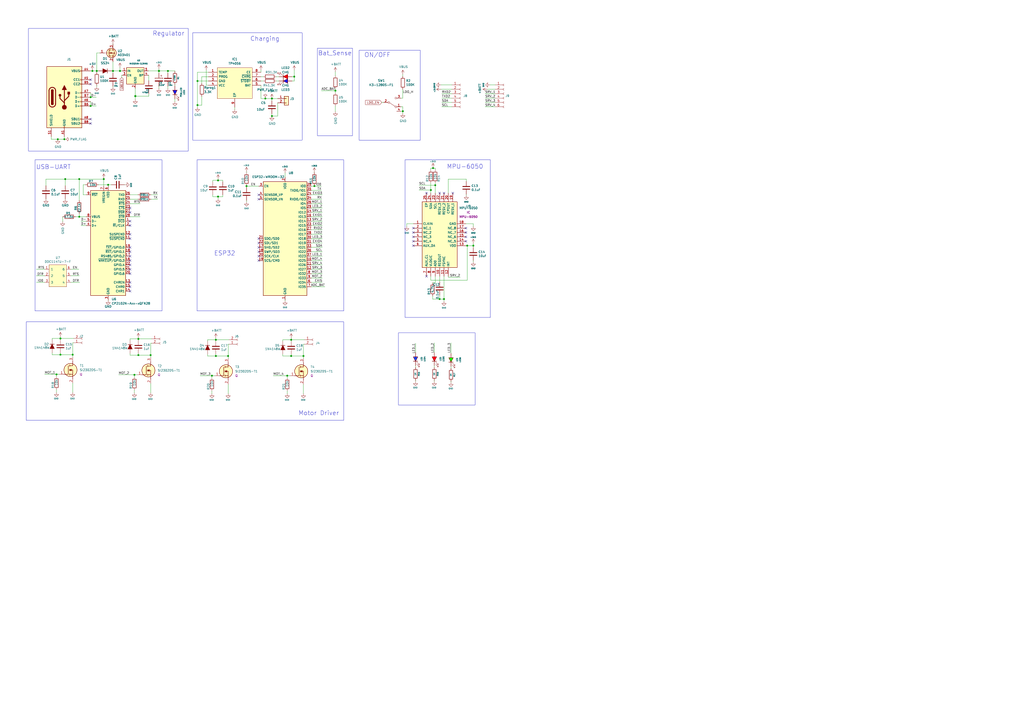
<source format=kicad_sch>
(kicad_sch (version 20250114) (generator "eeschema") (generator_version "9.0")
  (paper "A2")
  (lib_symbols
    (symbol "1N4148W_1" (pin_numbers (hide yes)) (pin_names (hide yes))
      (property "Reference" "D2" (at -1.27 -4.572 90))
      (property "Value" "1N4148W" (at 0.762 -10.414 90))
      (symbol "1N4148W_1_1_1"
        (pin passive line (at -3.81 0 0) (length 2.54) (name "K") (number "1"))
        (pin passive line (at 3.81 0 180) (length 2.54) (name "A") (number "2"))
      )
    )
    (symbol "1N4148W_2" (pin_numbers (hide yes)) (pin_names (hide yes))
      (property "Reference" "D3" (at -1.27 -4.572 90))
      (property "Value" "1N4148W" (at 0.762 -10.414 90))
      (symbol "1N4148W_2_1_1"
        (pin passive line (at -3.81 0 0) (length 2.54) (name "K") (number "1"))
        (pin passive line (at 3.81 0 180) (length 2.54) (name "A") (number "2"))
      )
    )
    (symbol "1N4148W_3" (pin_numbers (hide yes)) (pin_names (hide yes))
      (property "Reference" "D4" (at -1.27 -4.572 90))
      (property "Value" "1N4148W" (at 0.762 -10.414 90))
      (symbol "1N4148W_3_1_1"
        (pin passive line (at -3.81 0 0) (length 2.54) (name "K") (number "1"))
        (pin passive line (at 3.81 0 180) (length 2.54) (name "A") (number "2"))
      )
    )
    (symbol "Connector:Conn_01x02_Female" (pin_names (offset 1.016) (hide yes))
      (property "Reference" "J" (at 0 2.54 0))
      (property "Value" "Conn_01x02_Female" (at 0 -5.08 0))
      (symbol "Conn_01x02_Female_1_1"
        (pin passive line (at -5.08 0 0) (length 3.81) (name "Pin_1") (number "1"))
        (pin passive line (at -5.08 -2.54 0) (length 3.81) (name "Pin_2") (number "2"))
      )
    )
    (symbol "Connector:Conn_01x06_Female" (pin_names (offset 1.016) (hide yes))
      (property "Reference" "J" (at 0 7.62 0))
      (property "Value" "Conn_01x06_Female" (at 0 -10.16 0))
      (symbol "Conn_01x06_Female_1_1"
        (pin passive line (at -5.08 5.08 0) (length 3.81) (name "Pin_1") (number "1"))
        (pin passive line (at -5.08 2.54 0) (length 3.81) (name "Pin_2") (number "2"))
        (pin passive line (at -5.08 0 0) (length 3.81) (name "Pin_3") (number "3"))
        (pin passive line (at -5.08 -2.54 0) (length 3.81) (name "Pin_4") (number "4"))
        (pin passive line (at -5.08 -5.08 0) (length 3.81) (name "Pin_5") (number "5"))
        (pin passive line (at -5.08 -7.62 0) (length 3.81) (name "Pin_6") (number "6"))
      )
    )
    (symbol "Connector_Generic:Conn_01x02" (pin_names (offset 1.016) (hide yes))
      (property "Reference" "J" (at 0 2.54 0))
      (property "Value" "Conn_01x02" (at 0 -5.08 0))
      (symbol "Conn_01x02_1_1"
        (pin passive line (at -5.08 0 0) (length 3.81) (name "Pin_1") (number "1"))
        (pin passive line (at -5.08 -2.54 0) (length 3.81) (name "Pin_2") (number "2"))
      )
    )
    (symbol "Device:C" (pin_numbers (hide yes)) (pin_names (offset 0.254))
      (property "Reference" "C" (at 0.635 2.54 0))
      (property "Value" "C" (at 0.635 -2.54 0))
      (symbol "C_1_1"
        (pin passive line (at 0 3.81 270) (length 2.794) (name "~") (number "1"))
        (pin passive line (at 0 -3.81 90) (length 2.794) (name "~") (number "2"))
      )
    )
    (symbol "Device:C_Polarized" (pin_numbers (hide yes)) (pin_names (offset 0.254))
      (property "Reference" "C" (at 0.635 2.54 0))
      (property "Value" "C_Polarized" (at 0.635 -2.54 0))
      (symbol "C_Polarized_1_1"
        (pin passive line (at 0 3.81 270) (length 2.794) (name "~") (number "1"))
        (pin passive line (at 0 -3.81 90) (length 2.794) (name "~") (number "2"))
      )
    )
    (symbol "Device:LED" (pin_numbers (hide yes)) (pin_names (offset 1.016) (hide yes))
      (property "Reference" "LED1" (at 0.0635 -5.334 0))
      (property "Value" "POW_LED" (at 0.0635 -3.556 0))
      (symbol "LED_1_1"
        (pin passive line (at -3.81 0 0) (length 2.54) (name "K") (number "1"))
        (pin passive line (at 3.81 0 180) (length 2.54) (name "A") (number "2"))
      )
    )
    (symbol "Device:R" (pin_numbers (hide yes)) (pin_names (offset 0))
      (property "Reference" "R" (at 2.032 0 90))
      (property "Value" "R" (at 0 0 90))
      (symbol "R_1_1"
        (pin passive line (at 0 3.81 270) (length 1.27) (name "~") (number "1"))
        (pin passive line (at 0 -3.81 90) (length 1.27) (name "~") (number "2"))
      )
    )
    (symbol "Diode:1N4148W" (pin_numbers (hide yes)) (pin_names (hide yes))
      (property "Reference" "D5" (at -1.27 -4.572 90))
      (property "Value" "1N4148W" (at 0.762 -10.414 90))
      (symbol "1N4148W_1_1"
        (pin passive line (at -3.81 0 0) (length 2.54) (name "K") (number "1"))
        (pin passive line (at 3.81 0 180) (length 2.54) (name "A") (number "2"))
      )
    )
    (symbol "Diode:US1A" (pin_numbers (hide yes)) (pin_names (offset 1.016) (hide yes))
      (property "Reference" "D1" (at 0 -7.112 0))
      (property "Value" "SS34" (at 0 -4.572 0))
      (symbol "US1A_1_1"
        (pin passive line (at -3.81 0 0) (length 2.54) (name "K") (number "1"))
        (pin passive line (at 3.81 0 180) (length 2.54) (name "A") (number "2"))
      )
    )
    (symbol "ESP32_TouchDown:DMG3415U-7" (pin_names (offset 0) (hide yes))
      (property "Reference" "U2" (at 5.1816 1.1684 0))
      (property "Value" "AO3401" (at 5.1816 -1.143 0))
      (symbol "DMG3415U-7_1_1"
        (pin input line (at -5.08 0 0) (length 2.54) (name "G") (number "1"))
        (pin passive line (at 2.54 5.08 270) (length 2.54) (name "D") (number "3"))
        (pin passive line (at 2.54 -5.08 90) (length 2.54) (name "S") (number "2"))
      )
    )
    (symbol "Interface_USB:CP2102N-Axx-xQFN28"
      (property "Reference" "U" (at -8.89 31.75 0))
      (property "Value" "CP2102N-Axx-xQFN28" (at 12.7 31.75 0))
      (symbol "CP2102N-Axx-xQFN28_1_1"
        (pin input line (at -12.7 27.94 0) (length 2.54) (name "~{RST}") (number "9"))
        (pin input line (at -12.7 15.24 0) (length 2.54) (name "VBUS") (number "8"))
        (pin bidirectional line (at -12.7 12.7 0) (length 2.54) (name "D-") (number "5"))
        (pin bidirectional line (at -12.7 10.16 0) (length 2.54) (name "D+") (number "4"))
        (pin no_connect line (at -10.16 -27.94 0) (length 2.54) (hide yes) (name "NC") (number "10"))
        (pin power_in line (at -2.54 33.02 270) (length 2.54) (name "VREGIN") (number "7"))
        (pin power_in line (at 0 33.02 270) (length 2.54) (name "VDD") (number "6"))
        (pin passive line (at 0 -33.02 90) (length 2.54) (hide yes) (name "GND") (number "29"))
        (pin power_in line (at 0 -33.02 90) (length 2.54) (name "GND") (number "3"))
        (pin output line (at 12.7 27.94 180) (length 2.54) (name "TXD") (number "26"))
        (pin input line (at 12.7 25.4 180) (length 2.54) (name "RXD") (number "25"))
        (pin output line (at 12.7 22.86 180) (length 2.54) (name "~{RTS}") (number "24"))
        (pin input line (at 12.7 20.32 180) (length 2.54) (name "~{CTS}") (number "23"))
        (pin input line (at 12.7 17.78 180) (length 2.54) (name "~{DSR}") (number "27"))
        (pin output line (at 12.7 15.24 180) (length 2.54) (name "~{DTR}") (number "28"))
        (pin input line (at 12.7 12.7 180) (length 2.54) (name "~{DCD}") (number "1"))
        (pin bidirectional line (at 12.7 10.16 180) (length 2.54) (name "~{RI}/CLK") (number "2"))
        (pin output line (at 12.7 5.08 180) (length 2.54) (name "SUSPEND") (number "12"))
        (pin output line (at 12.7 2.54 180) (length 2.54) (name "~{SUSPEND}") (number "11"))
        (pin bidirectional line (at 12.7 -2.54 180) (length 2.54) (name "~{TXT}/GPIO.0") (number "19"))
        (pin bidirectional line (at 12.7 -5.08 180) (length 2.54) (name "~{RXT}/GPIO.1") (number "18"))
        (pin bidirectional line (at 12.7 -7.62 180) (length 2.54) (name "RS485/GPIO.2") (number "17"))
        (pin bidirectional line (at 12.7 -10.16 180) (length 2.54) (name "~{WAKEUP}/GPIO.3") (number "16"))
        (pin bidirectional line (at 12.7 -12.7 180) (length 2.54) (name "GPIO.4") (number "22"))
        (pin bidirectional line (at 12.7 -15.24 180) (length 2.54) (name "GPIO.5") (number "21"))
        (pin bidirectional line (at 12.7 -17.78 180) (length 2.54) (name "GPIO.6") (number "20"))
        (pin output line (at 12.7 -22.86 180) (length 2.54) (name "CHREN") (number "13"))
        (pin output line (at 12.7 -25.4 180) (length 2.54) (name "CHR0") (number "15"))
        (pin output line (at 12.7 -27.94 180) (length 2.54) (name "CHR1") (number "14"))
      )
    )
    (symbol "LED_1" (pin_numbers (hide yes)) (pin_names (offset 1.016) (hide yes))
      (property "Reference" "LED4" (at 0.0635 -5.334 0))
      (property "Value" "LED" (at 0.0635 -3.556 0))
      (symbol "LED_1_1_1"
        (pin passive line (at -3.81 0 0) (length 2.54) (name "K") (number "1"))
        (pin passive line (at 3.81 0 180) (length 2.54) (name "A") (number "2"))
      )
    )
    (symbol "LED_2" (pin_numbers (hide yes)) (pin_names (offset 1.016) (hide yes))
      (property "Reference" "LED5" (at 0.0635 -5.334 0))
      (property "Value" "LED" (at 0.0635 -3.556 0))
      (symbol "LED_2_1_1"
        (pin passive line (at -3.81 0 0) (length 2.54) (name "K") (number "1"))
        (pin passive line (at 3.81 0 180) (length 2.54) (name "A") (number "2"))
      )
    )
    (symbol "LED_3" (pin_numbers (hide yes)) (pin_names (offset 1.016) (hide yes))
      (property "Reference" "LED6" (at 0.0635 -5.334 0))
      (property "Value" "LED" (at 0.0635 -3.556 0))
      (symbol "LED_3_1_1"
        (pin passive line (at -3.81 0 0) (length 2.54) (name "K") (number "1"))
        (pin passive line (at 3.81 0 180) (length 2.54) (name "A") (number "2"))
      )
    )
    (symbol "LED_4" (pin_numbers (hide yes)) (pin_names (offset 1.016) (hide yes))
      (property "Reference" "LED2" (at 0 -5.08 0))
      (property "Value" "CHG" (at 0 -2.54 0))
      (symbol "LED_4_1_1"
        (pin passive line (at -3.81 0 0) (length 2.54) (name "K") (number "1"))
        (pin passive line (at 3.81 0 180) (length 2.54) (name "A") (number "2"))
      )
    )
    (symbol "LED_5" (pin_numbers (hide yes)) (pin_names (offset 1.016) (hide yes))
      (property "Reference" "LED3" (at 0 -5.08 0))
      (property "Value" "CHG" (at 0 -2.54 0))
      (symbol "LED_5_1_1"
        (pin passive line (at -3.81 0 0) (length 2.54) (name "K") (number "1"))
        (pin passive line (at 3.81 0 180) (length 2.54) (name "A") (number "2"))
      )
    )
    (symbol "MPU-6050:MPU-6050"
      (property "Value" "MPU-6050" (at 0 0 0))
      (property "Reference_1" "IC" (at 26.67 17.78 0))
      (property "Value_1" "MPU-6050" (at 26.67 15.24 0))
      (symbol "MPU-6050_1_1"
        (pin passive line (at 0 0 0) (length 5.08) (name "CLKIN") (number "1"))
        (pin passive line (at 0 -2.54 0) (length 5.08) (name "NC_1") (number "2"))
        (pin passive line (at 0 -5.08 0) (length 5.08) (name "NC_2") (number "3"))
        (pin passive line (at 0 -7.62 0) (length 5.08) (name "NC_3") (number "4"))
        (pin passive line (at 0 -10.16 0) (length 5.08) (name "NC_4") (number "5"))
        (pin passive line (at 0 -12.7 0) (length 5.08) (name "AUX_DA") (number "6"))
        (pin passive line (at 7.62 17.78 270) (length 5.08) (name "EP") (number "25"))
        (pin passive line (at 7.62 -30.48 90) (length 5.08) (name "AUX_CL") (number "7"))
        (pin passive line (at 10.16 17.78 270) (length 5.08) (name "SDA") (number "24"))
        (pin passive line (at 10.16 -30.48 90) (length 5.08) (name "VLOGIC") (number "8"))
        (pin passive line (at 12.7 17.78 270) (length 5.08) (name "SCL") (number "23"))
        (pin passive line (at 12.7 -30.48 90) (length 5.08) (name "AD0") (number "9"))
        (pin passive line (at 15.24 17.78 270) (length 5.08) (name "RESV_3") (number "22"))
        (pin passive line (at 15.24 -30.48 90) (length 5.08) (name "REGOUT") (number "10"))
        (pin passive line (at 17.78 17.78 270) (length 5.08) (name "RESV_2") (number "21"))
        (pin passive line (at 17.78 -30.48 90) (length 5.08) (name "FSYNC") (number "11"))
        (pin passive line (at 20.32 17.78 270) (length 5.08) (name "CPOUT") (number "20"))
        (pin passive line (at 20.32 -30.48 90) (length 5.08) (name "INT") (number "12"))
        (pin passive line (at 22.86 17.78 270) (length 5.08) (name "RESV_1") (number "19"))
        (pin passive line (at 30.48 0 180) (length 5.08) (name "GND") (number "18"))
        (pin passive line (at 30.48 -2.54 180) (length 5.08) (name "NC_8") (number "17"))
        (pin passive line (at 30.48 -5.08 180) (length 5.08) (name "NC_7") (number "16"))
        (pin passive line (at 30.48 -7.62 180) (length 5.08) (name "NC_6") (number "15"))
        (pin passive line (at 30.48 -10.16 180) (length 5.08) (name "NC_5") (number "14"))
        (pin passive line (at 30.48 -12.7 180) (length 5.08) (name "VDD") (number "13"))
      )
    )
    (symbol "RF_Module:ESP32-WROOM-32"
      (property "Reference" "U" (at -12.7 34.29 0))
      (property "Value" "ESP32-WROOM-32" (at 1.27 34.29 0))
      (symbol "ESP32-WROOM-32_1_1"
        (pin input line (at -15.24 30.48 0) (length 2.54) (name "EN") (number "3"))
        (pin input line (at -15.24 25.4 0) (length 2.54) (name "SENSOR_VP") (number "4"))
        (pin input line (at -15.24 22.86 0) (length 2.54) (name "SENSOR_VN") (number "5"))
        (pin bidirectional line (at -15.24 0 0) (length 2.54) (name "SDO/SD0") (number "21"))
        (pin bidirectional line (at -15.24 -2.54 0) (length 2.54) (name "SDI/SD1") (number "22"))
        (pin bidirectional line (at -15.24 -5.08 0) (length 2.54) (name "SHD/SD2") (number "17"))
        (pin bidirectional line (at -15.24 -7.62 0) (length 2.54) (name "SWP/SD3") (number "18"))
        (pin bidirectional line (at -15.24 -10.16 0) (length 2.54) (name "SCK/CLK") (number "20"))
        (pin bidirectional line (at -15.24 -12.7 0) (length 2.54) (name "SCS/CMD") (number "19"))
        (pin no_connect line (at -12.7 -27.94 0) (length 2.54) (hide yes) (name "NC") (number "32"))
        (pin power_in line (at 0 35.56 270) (length 2.54) (name "VDD") (number "2"))
        (pin power_in line (at 0 -35.56 90) (length 2.54) (name "GND") (number "1"))
        (pin passive line (at 0 -35.56 90) (length 2.54) (hide yes) (name "GND") (number "15"))
        (pin passive line (at 0 -35.56 90) (length 2.54) (hide yes) (name "GND") (number "38"))
        (pin passive line (at 0 -35.56 90) (length 2.54) (hide yes) (name "GND") (number "39"))
        (pin bidirectional line (at 15.24 30.48 180) (length 2.54) (name "IO0") (number "25"))
        (pin bidirectional line (at 15.24 27.94 180) (length 2.54) (name "TXD0/IO1") (number "35"))
        (pin bidirectional line (at 15.24 25.4 180) (length 2.54) (name "IO2") (number "24"))
        (pin bidirectional line (at 15.24 22.86 180) (length 2.54) (name "RXD0/IO3") (number "34"))
        (pin bidirectional line (at 15.24 20.32 180) (length 2.54) (name "IO4") (number "26"))
        (pin bidirectional line (at 15.24 17.78 180) (length 2.54) (name "IO5") (number "29"))
        (pin bidirectional line (at 15.24 15.24 180) (length 2.54) (name "IO12") (number "14"))
        (pin bidirectional line (at 15.24 12.7 180) (length 2.54) (name "IO13") (number "16"))
        (pin bidirectional line (at 15.24 10.16 180) (length 2.54) (name "IO14") (number "13"))
        (pin bidirectional line (at 15.24 7.62 180) (length 2.54) (name "IO15") (number "23"))
        (pin bidirectional line (at 15.24 5.08 180) (length 2.54) (name "IO16") (number "27"))
        (pin bidirectional line (at 15.24 2.54 180) (length 2.54) (name "IO17") (number "28"))
        (pin bidirectional line (at 15.24 0 180) (length 2.54) (name "IO18") (number "30"))
        (pin bidirectional line (at 15.24 -2.54 180) (length 2.54) (name "IO19") (number "31"))
        (pin bidirectional line (at 15.24 -5.08 180) (length 2.54) (name "IO21") (number "33"))
        (pin bidirectional line (at 15.24 -7.62 180) (length 2.54) (name "IO22") (number "36"))
        (pin bidirectional line (at 15.24 -10.16 180) (length 2.54) (name "IO23") (number "37"))
        (pin bidirectional line (at 15.24 -12.7 180) (length 2.54) (name "IO25") (number "10"))
        (pin bidirectional line (at 15.24 -15.24 180) (length 2.54) (name "IO26") (number "11"))
        (pin bidirectional line (at 15.24 -17.78 180) (length 2.54) (name "IO27") (number "12"))
        (pin bidirectional line (at 15.24 -20.32 180) (length 2.54) (name "IO32") (number "8"))
        (pin bidirectional line (at 15.24 -22.86 180) (length 2.54) (name "IO33") (number "9"))
        (pin input line (at 15.24 -25.4 180) (length 2.54) (name "IO34") (number "6"))
        (pin input line (at 15.24 -27.94 180) (length 2.54) (name "IO35") (number "7"))
      )
    )
    (symbol "Regulator_Linear:MIC5219-3.3YM5" (pin_names (offset 0.254))
      (property "Reference" "U" (at -3.81 5.715 0))
      (property "Value" "MIC5219-3.3YM5" (at 0 5.715 0))
      (symbol "MIC5219-3.3YM5_1_1"
        (pin power_in line (at -7.62 2.54 0) (length 2.54) (name "IN") (number "1"))
        (pin input line (at -7.62 0 0) (length 2.54) (name "EN") (number "3"))
        (pin power_in line (at 0 -7.62 90) (length 2.54) (name "GND") (number "2"))
        (pin power_out line (at 7.62 2.54 180) (length 2.54) (name "OUT") (number "5"))
        (pin input line (at 7.62 0 180) (length 2.54) (name "BP") (number "4"))
      )
    )
    (symbol "SI2302DS-T1:SI2302DS-T1" (pin_names (hide yes))
      (property "Reference" "T4" (at 11.684 5.0801 0))
      (property "Value" "SI2302DS-T1" (at 11.684 2.5401 0))
      (property "Reference_1" "Q" (at 11.684 0.0001 0))
      (symbol "SI2302DS-T1_1_1"
        (pin passive line (at 0 0 0) (length 2.54) (name "G") (number "1"))
        (pin passive line (at 7.62 10.16 270) (length 2.54) (name "D") (number "3"))
        (pin passive line (at 7.62 -5.08 90) (length 2.54) (name "S") (number "2"))
      )
    )
    (symbol "SI2302DS-T1_1" (pin_names (hide yes))
      (property "Reference" "T1" (at 11.684 5.0801 0))
      (property "Value" "SI2302DS-T1" (at 11.684 2.5401 0))
      (property "Reference_1" "Q" (at 11.684 0.0001 0))
      (symbol "SI2302DS-T1_1_1_1"
        (pin passive line (at 0 0 0) (length 2.54) (name "G") (number "1"))
        (pin passive line (at 7.62 10.16 270) (length 2.54) (name "D") (number "3"))
        (pin passive line (at 7.62 -5.08 90) (length 2.54) (name "S") (number "2"))
      )
    )
    (symbol "SI2302DS-T1_2" (pin_names (hide yes))
      (property "Reference" "T2" (at 11.684 5.0801 0))
      (property "Value" "SI2302DS-T1" (at 11.684 2.5401 0))
      (property "Reference_1" "Q" (at 11.684 0.0001 0))
      (symbol "SI2302DS-T1_2_1_1"
        (pin passive line (at 0 0 0) (length 2.54) (name "G") (number "1"))
        (pin passive line (at 7.62 10.16 270) (length 2.54) (name "D") (number "3"))
        (pin passive line (at 7.62 -5.08 90) (length 2.54) (name "S") (number "2"))
      )
    )
    (symbol "SI2302DS-T1_3" (pin_names (hide yes))
      (property "Reference" "T3" (at 11.684 5.0801 0))
      (property "Value" "SI2302DS-T1" (at 11.684 2.5401 0))
      (property "Reference_1" "Q" (at 11.684 0.0001 0))
      (symbol "SI2302DS-T1_3_1_1"
        (pin passive line (at 0 0 0) (length 2.54) (name "G") (number "1"))
        (pin passive line (at 7.62 10.16 270) (length 2.54) (name "D") (number "3"))
        (pin passive line (at 7.62 -5.08 90) (length 2.54) (name "S") (number "2"))
      )
    )
    (symbol "Switch:SW_SPDT" (pin_names (offset 0) (hide yes))
      (property "Reference" "SW3" (at -6.35 -12.7 0))
      (property "Value" "K3-1280S-F1" (at -6.35 -10.16 0))
      (symbol "SW_SPDT_1_1"
        (pin passive line (at -5.08 0 0) (length 2.54) (name "B") (number "2"))
        (pin input line (at 5.08 5.08 180) (length 2.54) (name "4") (number "4"))
        (pin passive line (at 5.08 2.54 180) (length 2.54) (name "A") (number "1"))
        (pin passive line (at 5.08 -2.54 180) (length 2.54) (name "C") (number "3"))
      )
    )
    (symbol "TP4056-42-ESOP8:TP4056-42-ESOP8" (pin_names (offset 0.762))
      (property "Reference" "IC?" (at 15.24 7.62 0))
      (property "Value" "TP4056" (at 15.24 5.08 0))
      (symbol "TP4056-42-ESOP8_0_0"
        (pin passive line (at 0 0 0) (length 5.08) (name "TEMP") (number "1"))
        (pin passive line (at 0 -2.54 0) (length 5.08) (name "PROG") (number "2"))
        (pin passive line (at 0 -5.08 0) (length 5.08) (name "GND") (number "3"))
        (pin passive line (at 0 -7.62 0) (length 5.08) (name "VCC") (number "4"))
        (pin passive line (at 15.24 -20.32 90) (length 5.08) (name "EP") (number "9"))
        (pin passive line (at 30.48 0 180) (length 5.08) (name "CE") (number "8"))
        (pin passive line (at 30.48 -2.54 180) (length 5.08) (name "~{CHRG}") (number "7"))
        (pin passive line (at 30.48 -5.08 180) (length 5.08) (name "~{STDBY}") (number "6"))
        (pin passive line (at 30.48 -7.62 180) (length 5.08) (name "BAT") (number "5"))
      )
    )
    (symbol "downloader-rescue:DDC114TU-7-F-my" (pin_names (offset 1.016))
      (property "Reference" "U7" (at 0 10.541 0))
      (property "Value" "DDC114TU-7-F" (at 0 8.2296 0))
      (symbol "DDC114TU-7-F-my_1_1"
        (pin passive line (at -7.62 3.81 0) (length 2.54) (name "1") (number "1"))
        (pin passive line (at -7.62 0 0) (length 2.54) (name "2") (number "2"))
        (pin passive line (at -7.62 -3.81 0) (length 2.54) (name "3") (number "3"))
        (pin passive line (at 7.62 3.81 180) (length 2.54) (name "6") (number "6"))
        (pin passive line (at 7.62 0 180) (length 2.54) (name "5") (number "5"))
        (pin passive line (at 7.62 -3.81 180) (length 2.54) (name "4") (number "4"))
      )
    )
    (symbol "downloader-rescue:USB_C_Receptacle_USB2.0-Connector" (pin_names (offset 1.016))
      (property "Reference" "J" (at -10.16 19.05 0))
      (property "Value" "USB_C_Receptacle_USB2.0-Connector" (at 19.05 19.05 0))
      (symbol "USB_C_Receptacle_USB2.0-Connector_1_1"
        (pin passive line (at -7.62 -22.86 90) (length 5.08) (name "SHIELD") (number "S1"))
        (pin power_in line (at 0 -22.86 90) (length 5.08) (name "GND") (number "A1"))
        (pin passive line (at 0 -22.86 90) (length 5.08) (hide yes) (name "GND") (number "A12"))
        (pin passive line (at 0 -22.86 90) (length 5.08) (hide yes) (name "GND") (number "B1"))
        (pin passive line (at 0 -22.86 90) (length 5.08) (hide yes) (name "GND") (number "B12"))
        (pin power_in line (at 15.24 15.24 180) (length 5.08) (name "VBUS") (number "A4"))
        (pin passive line (at 15.24 15.24 180) (length 5.08) (hide yes) (name "VBUS") (number "A9"))
        (pin passive line (at 15.24 15.24 180) (length 5.08) (hide yes) (name "VBUS") (number "B4"))
        (pin passive line (at 15.24 15.24 180) (length 5.08) (hide yes) (name "VBUS") (number "B9"))
        (pin bidirectional line (at 15.24 10.16 180) (length 5.08) (name "CC1") (number "A5"))
        (pin bidirectional line (at 15.24 7.62 180) (length 5.08) (name "CC2") (number "B5"))
        (pin bidirectional line (at 15.24 2.54 180) (length 5.08) (name "D-") (number "A7"))
        (pin bidirectional line (at 15.24 0 180) (length 5.08) (name "D-") (number "B7"))
        (pin bidirectional line (at 15.24 -2.54 180) (length 5.08) (name "D+") (number "A6"))
        (pin bidirectional line (at 15.24 -5.08 180) (length 5.08) (name "D+") (number "B6"))
        (pin bidirectional line (at 15.24 -12.7 180) (length 5.08) (name "SBU1") (number "A8"))
        (pin bidirectional line (at 15.24 -15.24 180) (length 5.08) (name "SBU2") (number "B8"))
      )
    )
    (symbol "power:+3V3" (power) (pin_names (offset 0))
      (property "Value" "+3V3" (at 0 3.556 0))
      (symbol "+3V3_1_1"
        (pin power_in line (at 0 0 90) (length 0) (hide yes) (name "+3V3") (number "1"))
      )
    )
    (symbol "power:+5V" (power) (pin_names (offset 0))
      (property "Value" "+5V" (at 0 3.556 0))
      (symbol "+5V_1_1"
        (pin power_in line (at 0 0 90) (length 0) (hide yes) (name "+5V") (number "1"))
      )
    )
    (symbol "power:+BATT" (power) (pin_names (offset 0))
      (property "Value" "+BATT" (at 0 3.556 0))
      (symbol "+BATT_1_1"
        (pin power_in line (at 0 0 90) (length 0) (hide yes) (name "+BATT") (number "1"))
      )
    )
    (symbol "power:GND" (power) (pin_names (offset 0))
      (property "Value" "GND" (at 0 -3.81 0))
      (symbol "GND_1_1"
        (pin power_in line (at 0 0 270) (length 0) (hide yes) (name "GND") (number "1"))
      )
    )
    (symbol "power:PWR_FLAG" (power) (pin_numbers (hide yes)) (pin_names (offset 0) (hide yes))
      (property "Value" "PWR_FLAG" (at 0 3.81 0))
      (symbol "PWR_FLAG_0_0"
        (pin power_out line (at 0 0 90) (length 0) (name "pwr") (number "1"))
      )
    )
    (symbol "power:VBUS" (power) (pin_names (offset 0))
      (property "Value" "VBUS" (at 0 3.81 0))
      (symbol "VBUS_1_1"
        (pin power_in line (at 0 0 90) (length 0) (hide yes) (name "VBUS") (number "1"))
      )
    )
  )
  (rectangle (start 231.14 193.04) (end 275.59 234.95))
  (rectangle (start 208.28 29.21) (end 243.84 81.28))
  (rectangle (start 234.95 92.71) (end 284.48 184.15))
  (rectangle (start 111.76 19.05) (end 175.26 81.28))
  (rectangle (start 15.24 186.69) (end 199.39 243.84))
  (rectangle (start 20.32 92.71) (end 93.98 180.34))
  (rectangle (start 184.15 27.94) (end 204.47 78.74))
  (rectangle (start 16.51 16.51) (end 109.22 87.63))
  (rectangle (start 114.3 92.71) (end 199.39 180.34))
  (text "ESP32 \n" (at 131.318 147.066 0) (effects (font (size 2.54 2.54))))
  (text "ON/OFF\n" (at 218.948 32.004 0) (effects (font (size 2.54 2.54))))
  (text "Bat_Sense" (at 194.31 30.988 0) (effects (font (size 2.54 2.54))))
  (text "Motor Driver" (at 184.912 239.776 0) (effects (font (size 2.54 2.54))))
  (text "Charging\n" (at 153.67 22.606 0) (effects (font (size 2.54 2.54))))
  (text "MPU-6050\n" (at 269.748 96.774 0) (effects (font (size 2.54 2.54))))
  (text "Regulator\n" (at 97.79 19.558 0) (effects (font (size 2.54 2.54))))
  (text "USB-UART\n" (at 30.988 97.028 0) (effects (font (size 2.54 2.54))))
  (junction (at 42.164 205.74))
  (junction (at 87.376 205.994))
  (junction (at 157.734 57.15))
  (junction (at 62.738 107.188))
  (junction (at 65.532 41.148))
  (junction (at 176.022 206.502))
  (junction (at 249.936 110.236))
  (junction (at 157.734 67.31))
  (junction (at 69.596 41.148))
  (junction (at 126.492 114.046))
  (junction (at 114.554 46.99))
  (junction (at 35.052 205.74))
  (junction (at 194.564 52.578))
  (junction (at 53.594 41.148))
  (junction (at 257.556 173.482))
  (junction (at 274.574 142.494))
  (junction (at 233.68 64.516))
  (junction (at 166.624 217.932))
  (junction (at 132.334 206.502))
  (junction (at 143.002 107.95))
  (junction (at 80.264 196.596))
  (junction (at 168.91 206.502))
  (junction (at 45.974 103.886))
  (junction (at 37.846 103.886))
  (junction (at 92.202 41.148) (diameter 1.016))
  (junction (at 37.338 80.772))
  (junction (at 126.492 104.648))
  (junction (at 32.766 217.17))
  (junction (at 168.91 197.104))
  (junction (at 52.578 61.468))
  (junction (at 271.018 142.494))
  (junction (at 114.554 60.96))
  (junction (at 77.978 217.424))
  (junction (at 125.222 206.502))
  (junction (at 60.198 103.886))
  (junction (at 80.264 205.994))
  (junction (at 56.134 41.148))
  (junction (at 45.974 125.73))
  (junction (at 125.222 197.104))
  (junction (at 170.688 44.45))
  (junction (at 255.016 173.482))
  (junction (at 78.486 55.753) (diameter 1.016))
  (junction (at 35.052 196.342))
  (junction (at 122.936 217.932))
  (junction (at 251.206 97.536))
  (junction (at 33.528 80.772))
  (junction (at 153.924 57.15))
  (junction (at 252.476 107.442))
  (junction (at 182.372 107.95))
  (junction (at 52.578 56.388))
  (junction (at 97.409 41.148))
  (no_connect (at 270.256 134.874))
  (no_connect (at 239.776 132.334))
  (no_connect (at 75.438 163.83))
  (no_connect (at 150.114 148.59))
  (no_connect (at 247.396 112.014))
  (no_connect (at 75.438 166.37))
  (no_connect (at 75.438 123.19))
  (no_connect (at 150.114 115.57))
  (no_connect (at 150.114 140.97))
  (no_connect (at 75.438 153.67))
  (no_connect (at 75.438 146.05))
  (no_connect (at 75.438 148.59))
  (no_connect (at 150.114 138.43))
  (no_connect (at 52.578 48.768))
  (no_connect (at 239.776 134.874))
  (no_connect (at 75.438 128.27))
  (no_connect (at 75.438 158.75))
  (no_connect (at 270.256 137.414))
  (no_connect (at 52.578 71.628))
  (no_connect (at 75.438 120.65))
  (no_connect (at 150.114 113.03))
  (no_connect (at 75.438 135.89))
  (no_connect (at 150.114 151.13))
  (no_connect (at 255.016 112.014))
  (no_connect (at 75.438 168.91))
  (no_connect (at 270.256 132.334))
  (no_connect (at 239.776 139.954))
  (no_connect (at 239.776 142.494))
  (no_connect (at 150.114 146.05))
  (no_connect (at 75.438 143.51))
  (no_connect (at 75.438 130.81))
  (no_connect (at 75.438 156.21))
  (no_connect (at 270.256 139.954))
  (no_connect (at 257.556 112.014))
  (no_connect (at 150.114 143.51))
  (no_connect (at 75.438 138.43))
  (no_connect (at 262.636 112.014))
  (no_connect (at 247.396 160.274))
  (no_connect (at 52.578 46.228))
  (no_connect (at 239.776 137.414))
  (no_connect (at 52.578 69.088))
  (no_connect (at 75.438 151.13))
  (wire (pts (xy 68.834 217.424) (xy 77.978 217.424)))
  (wire (pts (xy 56.134 50.292) (xy 56.134 49.53)))
  (wire (pts (xy 170.688 44.45) (xy 170.688 46.99)))
  (wire (pts (xy 132.842 199.644) (xy 132.334 199.644)))
  (wire (pts (xy 186.436 107.95) (xy 182.372 107.95)))
  (wire (pts (xy 249.936 97.536) (xy 251.206 97.536)))
  (wire (pts (xy 114.554 41.91) (xy 114.554 46.99)))
  (wire (pts (xy 122.936 217.932) (xy 122.936 219.202)))
  (wire (pts (xy 129.286 114.046) (xy 129.286 113.03)))
  (wire (pts (xy 86.36 55.753) (xy 78.486 55.753)))
  (wire (pts (xy 251.968 198.882) (xy 251.968 204.47)))
  (wire (pts (xy 160.274 44.45) (xy 161.798 44.45)))
  (wire (pts (xy 42.164 205.74) (xy 42.164 207.01)))
  (wire (pts (xy 282.702 51.816) (xy 287.274 51.816)))
  (wire (pts (xy 153.924 57.15) (xy 157.734 57.15)))
  (wire (pts (xy 120.904 41.91) (xy 114.554 41.91)))
  (wire (pts (xy 81.28 118.11) (xy 75.438 118.11)))
  (wire (pts (xy 52.578 61.468) (xy 55.88 61.468)))
  (wire (pts (xy 186.944 143.51) (xy 180.594 143.51)))
  (wire (pts (xy 35.052 196.342) (xy 42.672 196.342)))
  (wire (pts (xy 56.134 30.734) (xy 56.134 41.148)))
  (wire (pts (xy 87.376 199.136) (xy 87.376 205.994)))
  (wire (pts (xy 123.444 105.41) (xy 123.444 104.648)))
  (wire (pts (xy 143.002 117.094) (xy 143.002 116.332)))
  (wire (pts (xy 249.936 112.014) (xy 249.936 110.236)))
  (wire (pts (xy 92.202 41.148) (xy 92.202 42.418)))
  (wire (pts (xy 186.944 123.19) (xy 180.594 123.19)))
  (wire (pts (xy 186.944 153.67) (xy 180.594 153.67)))
  (wire (pts (xy 233.68 61.976) (xy 233.68 64.516)))
  (wire (pts (xy 241.046 212.09) (xy 241.046 213.106)))
  (wire (pts (xy 233.68 43.18) (xy 233.68 44.196)))
  (wire (pts (xy 26.67 103.886) (xy 37.846 103.886)))
  (wire (pts (xy 260.096 112.014) (xy 260.096 103.886)))
  (wire (pts (xy 270.51 113.284) (xy 270.51 112.776)))
  (wire (pts (xy 92.202 39.878) (xy 92.202 41.148)))
  (wire (pts (xy 232.664 61.976) (xy 233.68 61.976)))
  (wire (pts (xy 252.476 112.014) (xy 252.476 107.442)))
  (wire (pts (xy 97.409 42.418) (xy 97.409 41.148)))
  (wire (pts (xy 281.432 54.356) (xy 287.274 54.356)))
  (wire (pts (xy 101.473 49.022) (xy 101.473 49.784)))
  (wire (pts (xy 250.952 171.704) (xy 250.952 173.482)))
  (wire (pts (xy 117.094 55.88) (xy 117.094 60.96)))
  (wire (pts (xy 261.62 212.598) (xy 261.62 213.614)))
  (wire (pts (xy 151.384 44.45) (xy 152.654 44.45)))
  (wire (pts (xy 80.264 204.978) (xy 80.264 205.994)))
  (wire (pts (xy 251.968 221.234) (xy 251.968 220.726)))
  (wire (pts (xy 186.944 146.05) (xy 180.594 146.05)))
  (wire (pts (xy 256.286 59.436) (xy 262.128 59.436)))
  (wire (pts (xy 87.376 199.136) (xy 87.884 199.136)))
  (wire (pts (xy 186.436 52.578) (xy 194.564 52.578)))
  (wire (pts (xy 256.286 54.356) (xy 262.128 54.356)))
  (wire (pts (xy 170.688 40.64) (xy 170.688 44.45)))
  (wire (pts (xy 151.384 46.99) (xy 152.654 46.99)))
  (wire (pts (xy 136.144 63.5) (xy 136.144 62.23)))
  (wire (pts (xy 25.908 217.17) (xy 32.766 217.17)))
  (wire (pts (xy 255.016 173.482) (xy 257.556 173.482)))
  (wire (pts (xy 86.36 43.688) (xy 86.106 43.688)))
  (wire (pts (xy 26.67 107.696) (xy 26.67 103.886)))
  (wire (pts (xy 176.022 206.502) (xy 176.022 207.772)))
  (wire (pts (xy 80.01 115.57) (xy 75.438 115.57)))
  (wire (pts (xy 164.084 197.104) (xy 164.084 197.866)))
  (wire (pts (xy 186.944 135.89) (xy 180.594 135.89)))
  (wire (pts (xy 243.078 110.236) (xy 249.936 110.236)))
  (wire (pts (xy 65.532 25.4) (xy 65.532 25.654)))
  (wire (pts (xy 124.714 217.932) (xy 122.936 217.932)))
  (wire (pts (xy 122.936 228.346) (xy 122.936 226.822)))
  (wire (pts (xy 143.002 107.95) (xy 150.114 107.95)))
  (wire (pts (xy 161.036 67.31) (xy 157.734 67.31)))
  (wire (pts (xy 101.473 41.402) (xy 101.473 41.148)))
  (wire (pts (xy 143.002 107.696) (xy 143.002 107.95)))
  (wire (pts (xy 165.354 100.33) (xy 165.354 102.87)))
  (wire (pts (xy 53.594 40.64) (xy 53.594 41.148)))
  (wire (pts (xy 87.376 205.994) (xy 80.264 205.994)))
  (wire (pts (xy 86.36 54.356) (xy 86.36 55.753)))
  (wire (pts (xy 123.444 114.046) (xy 126.492 114.046)))
  (wire (pts (xy 233.68 51.816) (xy 233.68 56.896)))
  (wire (pts (xy 80.01 113.03) (xy 75.438 113.03)))
  (wire (pts (xy 42.164 198.882) (xy 42.164 205.74)))
  (wire (pts (xy 271.018 162.56) (xy 271.018 142.494)))
  (wire (pts (xy 80.264 205.994) (xy 75.438 205.994)))
  (wire (pts (xy 132.334 199.644) (xy 132.334 206.502)))
  (wire (pts (xy 252.476 164.084) (xy 252.476 160.274)))
  (wire (pts (xy 46.99 128.27) (xy 50.038 128.27)))
  (wire (pts (xy 125.222 197.104) (xy 120.396 197.104)))
  (wire (pts (xy 29.718 80.772) (xy 33.528 80.772)))
  (wire (pts (xy 151.384 40.64) (xy 151.384 41.91)))
  (wire (pts (xy 143.002 99.568) (xy 143.002 100.076)))
  (wire (pts (xy 25.908 156.21) (xy 21.082 156.21)))
  (wire (pts (xy 87.884 196.596) (xy 80.264 196.596)))
  (wire (pts (xy 45.974 125.73) (xy 50.038 125.73)))
  (wire (pts (xy 56.134 41.148) (xy 56.134 41.91)))
  (wire (pts (xy 30.226 196.342) (xy 35.052 196.342)))
  (wire (pts (xy 57.912 30.734) (xy 56.134 30.734)))
  (wire (pts (xy 52.578 41.148) (xy 53.594 41.148)))
  (wire (pts (xy 132.334 206.502) (xy 125.222 206.502)))
  (wire (pts (xy 60.198 103.378) (xy 60.198 103.886)))
  (wire (pts (xy 165.354 174.498) (xy 165.354 173.99)))
  (wire (pts (xy 92.202 50.038) (xy 92.202 51.308)))
  (wire (pts (xy 233.68 64.516) (xy 233.68 65.786)))
  (wire (pts (xy 194.564 51.562) (xy 194.564 52.578)))
  (wire (pts (xy 42.164 227.584) (xy 42.164 222.25)))
  (wire (pts (xy 35.052 196.342) (xy 35.052 197.104)))
  (wire (pts (xy 176.022 199.644) (xy 176.53 199.644)))
  (wire (pts (xy 166.624 217.932) (xy 166.624 219.202)))
  (wire (pts (xy 186.944 158.75) (xy 180.594 158.75)))
  (wire (pts (xy 56.134 41.148) (xy 57.15 41.148)))
  (wire (pts (xy 158.496 217.932) (xy 166.624 217.932)))
  (wire (pts (xy 168.91 206.502) (xy 164.084 206.502)))
  (wire (pts (xy 186.944 148.59) (xy 180.594 148.59)))
  (wire (pts (xy 37.846 115.57) (xy 37.846 115.316)))
  (wire (pts (xy 251.206 97.536) (xy 251.206 97.282)))
  (wire (pts (xy 255.778 49.276) (xy 262.128 49.276)))
  (wire (pts (xy 35.052 195.326) (xy 35.052 196.342)))
  (wire (pts (xy 281.432 56.896) (xy 287.274 56.896)))
  (wire (pts (xy 45.974 123.952) (xy 45.974 125.73)))
  (wire (pts (xy 126.492 114.046) (xy 129.286 114.046)))
  (wire (pts (xy 235.966 129.794) (xy 235.966 131.318)))
  (wire (pts (xy 123.444 113.03) (xy 123.444 114.046)))
  (wire (pts (xy 117.094 48.26) (xy 117.094 44.45)))
  (wire (pts (xy 81.28 125.73) (xy 75.438 125.73)))
  (wire (pts (xy 32.766 227.584) (xy 32.766 226.06)))
  (wire (pts (xy 75.438 196.596) (xy 75.438 197.358)))
  (wire (pts (xy 169.418 46.99) (xy 170.688 46.99)))
  (wire (pts (xy 125.222 205.486) (xy 125.222 206.502)))
  (wire (pts (xy 186.436 110.49) (xy 180.594 110.49)))
  (wire (pts (xy 186.944 161.29) (xy 180.594 161.29)))
  (wire (pts (xy 160.274 46.99) (xy 161.798 46.99)))
  (wire (pts (xy 46.99 130.81) (xy 50.038 130.81)))
  (wire (pts (xy 256.286 56.896) (xy 262.128 56.896)))
  (wire (pts (xy 255.016 163.576) (xy 255.016 160.274)))
  (wire (pts (xy 232.664 56.896) (xy 233.68 56.896)))
  (wire (pts (xy 117.094 60.96) (xy 114.554 60.96)))
  (wire (pts (xy 252.476 97.536) (xy 251.206 97.536)))
  (wire (pts (xy 119.634 40.64) (xy 119.634 49.53)))
  (wire (pts (xy 126.492 104.648) (xy 129.286 104.648)))
  (wire (pts (xy 29.718 79.248) (xy 29.718 80.772)))
  (wire (pts (xy 157.734 57.15) (xy 161.036 57.15)))
  (wire (pts (xy 65.532 41.148) (xy 69.596 41.148)))
  (wire (pts (xy 91.44 113.03) (xy 87.63 113.03)))
  (wire (pts (xy 77.978 217.424) (xy 77.978 218.694)))
  (wire (pts (xy 274.574 141.224) (xy 274.574 142.494)))
  (wire (pts (xy 251.968 212.09) (xy 251.968 213.106)))
  (wire (pts (xy 166.624 228.346) (xy 166.624 226.822)))
  (wire (pts (xy 125.222 197.104) (xy 132.842 197.104)))
  (wire (pts (xy 186.944 118.11) (xy 180.594 118.11)))
  (wire (pts (xy 26.67 115.57) (xy 26.67 115.316)))
  (wire (pts (xy 176.022 206.502) (xy 168.91 206.502)))
  (wire (pts (xy 35.052 204.724) (xy 35.052 205.74)))
  (wire (pts (xy 48.26 113.03) (xy 50.038 113.03)))
  (wire (pts (xy 270.51 103.886) (xy 270.51 105.156)))
  (wire (pts (xy 194.564 41.656) (xy 194.564 43.942)))
  (wire (pts (xy 41.148 163.83) (xy 46.228 163.83)))
  (wire (pts (xy 49.53 107.188) (xy 48.26 107.188)))
  (wire (pts (xy 188.468 166.37) (xy 180.594 166.37)))
  (wire (pts (xy 120.396 206.502) (xy 120.396 205.486)))
  (wire (pts (xy 249.936 162.56) (xy 271.018 162.56)))
  (wire (pts (xy 186.944 113.03) (xy 180.594 113.03)))
  (wire (pts (xy 243.078 107.442) (xy 252.476 107.442)))
  (wire (pts (xy 232.664 64.516) (xy 233.68 64.516)))
  (wire (pts (xy 151.384 49.53) (xy 151.384 57.15)))
  (wire (pts (xy 164.084 206.502) (xy 164.084 205.486)))
  (wire (pts (xy 168.91 197.104) (xy 168.91 197.866)))
  (wire (pts (xy 30.226 196.342) (xy 30.226 197.104)))
  (wire (pts (xy 271.018 142.494) (xy 274.574 142.494)))
  (wire (pts (xy 125.222 206.502) (xy 120.396 206.502)))
  (wire (pts (xy 222.504 59.436) (xy 221.488 59.436)))
  (wire (pts (xy 64.77 41.148) (xy 65.532 41.148)))
  (wire (pts (xy 65.532 41.148) (xy 65.532 42.418)))
  (wire (pts (xy 30.226 205.74) (xy 30.226 204.724)))
  (wire (pts (xy 168.91 197.104) (xy 164.084 197.104)))
  (wire (pts (xy 241.046 221.234) (xy 241.046 220.726)))
  (wire (pts (xy 260.096 103.886) (xy 270.51 103.886)))
  (wire (pts (xy 249.936 160.274) (xy 249.936 162.56)))
  (wire (pts (xy 186.69 115.57) (xy 180.594 115.57)))
  (wire (pts (xy 186.944 125.73) (xy 180.594 125.73)))
  (wire (pts (xy 168.91 196.088) (xy 168.91 197.104)))
  (wire (pts (xy 32.766 217.17) (xy 32.766 218.44)))
  (wire (pts (xy 120.904 49.53) (xy 119.634 49.53)))
  (wire (pts (xy 182.372 107.696) (xy 182.372 107.95)))
  (wire (pts (xy 241.046 199.136) (xy 241.046 204.47)))
  (wire (pts (xy 132.334 228.346) (xy 132.334 223.012)))
  (wire (pts (xy 97.409 41.148) (xy 101.473 41.148)))
  (wire (pts (xy 169.418 44.45) (xy 170.688 44.45)))
  (wire (pts (xy 42.672 198.882) (xy 42.164 198.882)))
  (wire (pts (xy 255.016 171.196) (xy 255.016 173.482)))
  (wire (pts (xy 116.078 217.932) (xy 122.936 217.932)))
  (wire (pts (xy 120.904 46.99) (xy 114.554 46.99)))
  (wire (pts (xy 86.36 46.736) (xy 86.36 43.688)))
  (wire (pts (xy 182.372 99.822) (xy 182.372 100.076)))
  (wire (pts (xy 34.544 217.17) (xy 32.766 217.17)))
  (wire (pts (xy 257.556 160.274) (xy 257.556 173.482)))
  (wire (pts (xy 52.578 53.848) (xy 52.578 56.388)))
  (wire (pts (xy 42.164 205.74) (xy 35.052 205.74)))
  (wire (pts (xy 80.264 196.596) (xy 75.438 196.596)))
  (wire (pts (xy 186.944 128.27) (xy 180.594 128.27)))
  (wire (pts (xy 77.978 227.838) (xy 77.978 226.314)))
  (wire (pts (xy 97.409 50.038) (xy 97.409 51.308)))
  (wire (pts (xy 43.942 125.73) (xy 45.974 125.73)))
  (wire (pts (xy 129.286 104.648) (xy 129.286 105.41)))
  (wire (pts (xy 114.554 60.96) (xy 114.554 62.23)))
  (wire (pts (xy 151.384 57.15) (xy 153.924 57.15)))
  (wire (pts (xy 260.096 160.274) (xy 260.096 160.782)))
  (wire (pts (xy 92.202 41.148) (xy 97.409 41.148)))
  (wire (pts (xy 86.106 41.148) (xy 92.202 41.148)))
  (wire (pts (xy 132.334 206.502) (xy 132.334 207.772)))
  (wire (pts (xy 257.556 174.752) (xy 257.556 173.482)))
  (wire (pts (xy 53.594 41.148) (xy 56.134 41.148)))
  (wire (pts (xy 157.734 57.15) (xy 157.734 58.42)))
  (wire (pts (xy 101.473 57.404) (xy 101.473 58.928)))
  (wire (pts (xy 252.476 98.552) (xy 252.476 97.536)))
  (wire (pts (xy 270.256 142.494) (xy 271.018 142.494)))
  (wire (pts (xy 57.15 107.188) (xy 62.738 107.188)))
  (wire (pts (xy 182.372 107.95) (xy 180.594 107.95)))
  (wire (pts (xy 239.776 129.794) (xy 235.966 129.794)))
  (wire (pts (xy 250.952 164.084) (xy 252.476 164.084)))
  (wire (pts (xy 62.738 174.244) (xy 62.738 173.99)))
  (wire (pts (xy 261.62 198.882) (xy 261.62 204.978)))
  (wire (pts (xy 176.022 199.644) (xy 176.022 206.502)))
  (wire (pts (xy 186.944 120.65) (xy 180.594 120.65)))
  (wire (pts (xy 143.002 107.95) (xy 143.002 108.712)))
  (wire (pts (xy 125.222 196.088) (xy 125.222 197.104)))
  (wire (pts (xy 274.574 151.892) (xy 274.574 151.13)))
  (wire (pts (xy 186.944 133.35) (xy 180.594 133.35)))
  (wire (pts (xy 186.944 138.43) (xy 180.594 138.43)))
  (wire (pts (xy 60.198 103.886) (xy 60.198 107.95)))
  (wire (pts (xy 117.094 44.45) (xy 120.904 44.45)))
  (wire (pts (xy 37.846 103.886) (xy 37.846 107.696)))
  (wire (pts (xy 62.738 107.95) (xy 62.738 107.188)))
  (wire (pts (xy 186.944 151.13) (xy 180.594 151.13)))
  (wire (pts (xy 123.444 104.648) (xy 126.492 104.648)))
  (wire (pts (xy 75.438 205.994) (xy 75.438 204.978)))
  (wire (pts (xy 120.396 197.104) (xy 120.396 197.866)))
  (wire (pts (xy 69.596 39.116) (xy 69.596 41.148)))
  (wire (pts (xy 70.612 44.958) (xy 70.612 43.688)))
  (wire (pts (xy 252.476 106.172) (xy 252.476 107.442)))
  (wire (pts (xy 70.612 43.688) (xy 70.866 43.688)))
  (wire (pts (xy 72.39 107.188) (xy 72.136 107.188)))
  (wire (pts (xy 78.486 55.753) (xy 78.486 57.658)))
  (wire (pts (xy 45.974 103.886) (xy 60.198 103.886)))
  (wire (pts (xy 37.846 103.886) (xy 45.974 103.886)))
  (wire (pts (xy 37.338 79.248) (xy 37.338 80.772)))
  (wire (pts (xy 260.096 160.782) (xy 266.954 160.782)))
  (wire (pts (xy 52.578 56.388) (xy 55.88 56.388)))
  (wire (pts (xy 87.376 205.994) (xy 87.376 207.264)))
  (wire (pts (xy 255.778 51.816) (xy 262.128 51.816)))
  (wire (pts (xy 284.226 49.276) (xy 287.274 49.276)))
  (wire (pts (xy 249.936 106.172) (xy 249.936 110.236)))
  (wire (pts (xy 35.052 205.74) (xy 30.226 205.74)))
  (wire (pts (xy 87.376 227.838) (xy 87.376 222.504)))
  (wire (pts (xy 78.486 51.308) (xy 78.486 55.753)))
  (wire (pts (xy 80.264 195.834) (xy 80.264 196.596)))
  (wire (pts (xy 157.734 67.31) (xy 157.734 66.04)))
  (wire (pts (xy 41.148 156.21) (xy 45.72 156.21)))
  (wire (pts (xy 69.596 41.148) (xy 70.866 41.148)))
  (wire (pts (xy 186.944 163.83) (xy 180.594 163.83)))
  (wire (pts (xy 91.44 115.57) (xy 87.63 115.57)))
  (wire (pts (xy 281.432 61.976) (xy 287.274 61.976)))
  (wire (pts (xy 186.944 130.81) (xy 180.594 130.81)))
  (wire (pts (xy 114.554 46.99) (xy 114.554 60.96)))
  (wire (pts (xy 64.516 107.188) (xy 62.738 107.188)))
  (wire (pts (xy 186.944 156.21) (xy 180.594 156.21)))
  (wire (pts (xy 37.338 80.772) (xy 33.528 80.772)))
  (wire (pts (xy 126.492 103.886) (xy 126.492 104.648)))
  (wire (pts (xy 274.574 142.494) (xy 274.574 143.51)))
  (wire (pts (xy 256.286 61.976) (xy 262.128 61.976)))
  (wire (pts (xy 194.564 64.77) (xy 194.564 61.468)))
  (wire (pts (xy 176.022 228.346) (xy 176.022 223.012)))
  (wire (pts (xy 25.908 163.83) (xy 21.082 163.83)))
  (wire (pts (xy 80.264 196.596) (xy 80.264 197.358)))
  (wire (pts (xy 274.574 129.794) (xy 270.256 129.794)))
  (wire (pts (xy 168.91 205.486) (xy 168.91 206.502)))
  (wire (pts (xy 65.532 50.038) (xy 65.532 50.546)))
  (wire (pts (xy 274.574 131.318) (xy 274.574 129.794)))
  (wire (pts (xy 249.936 98.552) (xy 249.936 97.536)))
  (wire (pts (xy 25.908 160.02) (xy 21.082 160.02)))
  (wire (pts (xy 126.492 114.046) (xy 126.492 115.316)))
  (wire (pts (xy 48.26 107.188) (xy 48.26 113.03)))
  (wire (pts (xy 161.036 59.69) (xy 161.036 67.31)))
  (wire (pts (xy 168.402 217.932) (xy 166.624 217.932)))
  (wire (pts (xy 65.532 35.814) (xy 65.532 41.148)))
  (wire (pts (xy 52.578 58.928) (xy 52.578 61.468)))
  (wire (pts (xy 250.952 173.482) (xy 255.016 173.482)))
  (wire (pts (xy 45.974 103.886) (xy 45.974 116.332)))
  (wire (pts (xy 79.756 217.424) (xy 77.978 217.424)))
  (wire (pts (xy 281.432 59.436) (xy 287.274 59.436)))
  (wire (pts (xy 125.222 197.104) (xy 125.222 197.866)))
  (wire (pts (xy 36.322 128.524) (xy 36.322 125.73)))
  (wire (pts (xy 176.53 197.104) (xy 168.91 197.104)))
  (wire (pts (xy 41.148 160.02) (xy 45.974 160.02)))
  (wire (pts (xy 186.944 140.97) (xy 180.594 140.97)))
  (wire (pts (xy 194.564 52.578) (xy 194.564 53.848)))
  (wire (pts (xy 261.62 221.742) (xy 261.62 221.234)))
  (label "EXIO1" (at 186.944 125.73 180))
  (label "MOT_1" (at 186.944 118.11 180))
  (label "SDA" (at 186.944 143.51 180))
  (label "LED_2" (at 186.944 120.65 180))
  (label "SRV_4" (at 186.944 153.67 180))
  (label "TX" (at 91.44 115.57 180))
  (label "EN" (at 42.164 156.21 0))
  (label "SRV_2" (at 266.954 160.782 180))
  (label "TX" (at 186.436 110.49 180))
  (label "EXIO2" (at 186.944 130.81 180))
  (label "RXD2" (at 256.286 54.356 0))
  (label "EXIO3" (at 186.944 113.03 180))
  (label "LED_3" (at 186.944 138.43 180))
  (label "SRV_3" (at 186.944 156.21 180))
  (label "RX" (at 91.44 113.03 180))
  (label "LED_2" (at 251.968 198.882 270))
  (label "TXD2" (at 256.286 56.896 0))
  (label "MOT_4" (at 158.496 217.932 0))
  (label "D+" (at 55.88 61.468 180))
  (label "SDA" (at 243.078 110.236 0))
  (label "MOT_3" (at 116.078 217.932 0))
  (label "SRV_3" (at 281.432 59.436 0))
  (label "LED_1" (at 241.046 199.136 270))
  (label "SCL" (at 243.078 107.442 0))
  (label "D-" (at 55.88 56.388 180))
  (label "DTR" (at 81.28 125.73 180))
  (label "D-" (at 46.99 128.27 0))
  (label "LED_1" (at 186.944 148.59 180))
  (label "RXD2" (at 186.944 133.35 180))
  (label "MOT_3" (at 186.944 158.75 180))
  (label "SRV_1" (at 281.432 54.356 0))
  (label "MOT_4" (at 186.944 151.13 180))
  (label "MOT_2" (at 186.944 161.29 180))
  (label "RX" (at 186.69 115.57 180))
  (label "D+" (at 46.99 130.81 0))
  (label "TXD2" (at 186.944 135.89 180))
  (label "SDA" (at 256.286 59.436 0))
  (label "IO0" (at 21.844 163.83 0))
  (label "DTR" (at 42.164 163.83 0))
  (label "SCL" (at 186.944 146.05 180))
  (label "ADC_BAT" (at 186.436 52.578 0))
  (label "SRV_1" (at 186.944 123.19 180))
  (label "MOT_2" (at 68.834 217.424 0))
  (label "LED_3" (at 261.62 198.882 270))
  (label "DTR" (at 21.59 160.02 0))
  (label "MOT_1" (at 25.908 217.17 0))
  (label "EXI5" (at 186.944 163.83 180))
  (label "RTS" (at 42.164 160.02 0))
  (label "EN" (at 145.542 107.95 0))
  (label "ADC_BAT" (at 188.468 166.37 180))
  (label "IO0" (at 186.436 107.95 180))
  (label "SRV_2" (at 186.944 128.27 180))
  (label "SCL" (at 256.286 61.976 0))
  (label "RTS" (at 22.098 156.21 0))
  (label "EXIO4" (at 186.944 140.97 180))
  (label "SRV_2" (at 281.432 56.896 0))
  (label "LDO_H" (at 233.68 54.356 0))
  (label "RTS" (at 81.28 118.11 180))
  (label "SRV_4" (at 281.432 61.976 0))
  (global_label "LDO_EN" (shape input) (at 221.488 59.436 180) (property "Intersheetrefs" "${INTERSHEET_REFS}" (effects (hide yes))))
  (global_label "LDO_EN" (shape input) (at 70.612 44.958 270) (effects (font (size 1 1))) (property "Intersheetrefs" "${INTERSHEET_REFS}" (effects (hide yes))))
  (symbol (lib_id "power:+3V3") (at 182.372 99.822 0) (unit 1)
    (property "Reference" "#PWR037" (effects (hide yes)))
    (property "Value" "+3V3" (at 182.245 96.1898 0) (effects (font (size 0.8 0.8))))
  )
  (symbol (lib_id "Connector:Conn_01x06_Female") (at 267.208 54.356 0) (unit 1)
    (property "Reference" "J8" (at 268.732 55.6259 0) (effects (justify left)))
    (property "Value" "Conn_01x06_Female" (effects (hide yes)))
    (property "Footprint" "Connector_PinHeader_2.54mm:PinHeader_1x06_P2.54mm_Vertical" (effects (hide yes)))
  )
  (symbol (lib_id "Device:R") (at 83.82 113.03 90) (unit 1)
    (property "Reference" "R8" (at 84.074 113.03 90) (effects (justify left)))
    (property "Value" "1k" (at 86.106 113.03 90) (effects (justify left)))
    (property "Footprint" "Resistor_SMD:R_0603_1608Metric" (effects (hide yes)))
  )
  (symbol (lib_id "power:+BATT") (at 80.264 195.834 0) (unit 1)
    (property "Reference" "#PWR0101" (effects (hide yes)))
    (property "Value" "+BATT" (at 80.645 191.4398 0))
  )
  (symbol (lib_id "power:+BATT") (at 125.222 196.088 0) (unit 1)
    (property "Reference" "#PWR0102" (effects (hide yes)))
    (property "Value" "+BATT" (at 125.603 191.6938 0))
  )
  (symbol (lib_id "power:GND") (at 261.62 221.742 0) (unit 1)
    (property "Reference" "#PWR047" (effects (hide yes)))
    (property "Value" "GND" (at 261.493 225.3742 0) (effects (font (size 0.8 0.8))))
  )
  (symbol (lib_id "power:GND") (at 165.354 174.498 0) (unit 1)
    (property "Reference" "#PWR036" (effects (hide yes)))
    (property "Value" "GND" (at 165.354 178.308 0) (effects (font (size 0.8 0.8))))
  )
  (symbol (lib_id "power:VBUS") (at 69.596 39.116 0) (unit 1)
    (property "Reference" "#PWR06" (effects (hide yes)))
    (property "Value" "VBUS" (at 69.977 34.7218 0))
  )
  (symbol (lib_id "Device:C") (at 274.574 147.32 0) (unit 1)
    (property "Reference" "C14" (at 277.495 146.1516 0) (effects (justify left)))
    (property "Value" "10uf" (at 277.495 148.463 0) (effects (justify left)))
    (property "Footprint" "Capacitor_SMD:C_0603_1608Metric" (effects (hide yes)))
  )
  (symbol (lib_id "Device:C") (at 129.286 109.22 0) (unit 1)
    (property "Reference" "C10" (at 132.207 108.0516 0) (effects (justify left)))
    (property "Value" "1uf" (at 132.207 110.363 0) (effects (justify left)))
    (property "Footprint" "Capacitor_SMD:C_0603_1608Metric" (effects (hide yes)))
  )
  (symbol (lib_id "power:GND") (at 42.164 227.584 0) (unit 1)
    (property "Reference" "#PWR049" (effects (hide yes)))
    (property "Value" "GND" (at 42.037 231.2162 0) (effects (font (size 0.8 0.8))))
  )
  (symbol (lib_name "SI2302DS-T1_3") (lib_id "SI2302DS-T1:SI2302DS-T1") (at 124.714 217.932 0) (unit 1)
    (property "Reference" "T3" (at 136.398 212.8519 0) (effects (justify left)))
    (property "Value" "SI2302DS-T1" (at 136.398 215.3919 0) (effects (justify left)))
    (property "Footprint" "SI2302DS-T1:SOT95P237X112-3N" (effects (hide yes)))
    (property "Reference_1" "Q" (at 136.398 217.9319 0) (effects (justify left)))
    (property "Value_1" "SI2302DS-T1" (effects (hide yes)))
    (property "Footprint_1" "SOT95P237X112-3N" (effects (hide yes)))
    (property "Datasheet_1" "https://4donline.ihs.com/images/VipMasterIC/IC/SILX/SILXS08192/SILXS08192-1.pdf?hkey=EF798316E3902B6ED9A73243A3159BB0" (effects (hide yes)))
    (property "Height" "1.12" (effects (hide yes)))
    (property "Mouser Part Number" "781-SI2302DS" (effects (hide yes)))
    (property "Mouser Price/Stock" "https://www.mouser.co.uk/ProductDetail/Vishay-Siliconix/SI2302DS-T1?qs=Vtbibb3IBkf5ybaLingfiw%3D%3D" (effects (hide yes)))
    (property "Manufacturer_Name" "Vishay" (effects (hide yes)))
    (property "Manufacturer_Part_Number" "SI2302DS-T1" (effects (hide yes)))
  )
  (symbol (lib_id "power:GND") (at 235.966 131.318 0) (unit 1)
    (property "Reference" "#PWR038" (effects (hide yes)))
    (property "Value" "GND" (at 235.966 135.128 0) (effects (font (size 0.8 0.8))))
  )
  (symbol (lib_id "power:GND") (at 255.778 49.276 270) (unit 1)
    (property "Reference" "#PWR056" (effects (hide yes)))
    (property "Value" "GND" (at 251.968 49.276 0) (effects (font (size 0.8 0.8))))
  )
  (symbol (lib_name "SI2302DS-T1_1") (lib_id "SI2302DS-T1:SI2302DS-T1") (at 34.544 217.17 0) (unit 1)
    (property "Reference" "T1" (at 46.228 212.0899 0) (effects (justify left)))
    (property "Value" "SI2302DS-T1" (at 46.228 214.6299 0) (effects (justify left)))
    (property "Footprint" "SI2302DS-T1:SOT95P237X112-3N" (effects (hide yes)))
    (property "Reference_1" "Q" (at 46.228 217.1699 0) (effects (justify left)))
    (property "Value_1" "SI2302DS-T1" (effects (hide yes)))
    (property "Footprint_1" "SOT95P237X112-3N" (effects (hide yes)))
    (property "Datasheet_1" "https://4donline.ihs.com/images/VipMasterIC/IC/SILX/SILXS08192/SILXS08192-1.pdf?hkey=EF798316E3902B6ED9A73243A3159BB0" (effects (hide yes)))
    (property "Height" "1.12" (effects (hide yes)))
    (property "Mouser Part Number" "781-SI2302DS" (effects (hide yes)))
    (property "Mouser Price/Stock" "https://www.mouser.co.uk/ProductDetail/Vishay-Siliconix/SI2302DS-T1?qs=Vtbibb3IBkf5ybaLingfiw%3D%3D" (effects (hide yes)))
    (property "Manufacturer_Name" "Vishay" (effects (hide yes)))
    (property "Manufacturer_Part_Number" "SI2302DS-T1" (effects (hide yes)))
  )
  (symbol (lib_id "Device:R") (at 182.372 103.886 180) (unit 1)
    (property "Reference" "R11" (at 180.34 103.124 90) (effects (justify left)))
    (property "Value" "10k" (at 182.372 101.6 90) (effects (justify left)))
    (property "Footprint" "Resistor_SMD:R_0603_1608Metric" (effects (hide yes)))
  )
  (symbol (lib_id "Device:R") (at 101.473 45.212 180) (unit 1)
    (property "Reference" "R1" (at 103.4288 45.212 90) (effects (font (size 0.8 0.8))))
    (property "Value" "470R" (at 101.3714 45.212 90) (effects (font (size 0.8 0.8))))
    (property "Footprint" "Resistor_SMD:R_0603_1608Metric" (effects (hide yes)))
  )
  (symbol (lib_id "Connector:Conn_01x06_Female") (at 292.354 54.356 0) (unit 1)
    (property "Reference" "J9" (at 293.116 55.6259 0) (effects (justify left)))
    (property "Value" "Conn_01x06_Female" (effects (hide yes)))
    (property "Footprint" "Connector_PinHeader_2.54mm:PinHeader_1x06_P2.54mm_Vertical" (effects (hide yes)))
  )
  (symbol (lib_id "power:+3V3") (at 126.492 103.886 0) (unit 1)
    (property "Reference" "#PWR031" (effects (hide yes)))
    (property "Value" "+3V3" (at 126.365 100.2538 0) (effects (font (size 0.8 0.8))))
  )
  (symbol (lib_id "power:GND") (at 136.144 63.5 0) (unit 1)
    (property "Reference" "#PWR020" (effects (hide yes)))
    (property "Value" "GND" (at 136.271 67.8942 0))
  )
  (symbol (lib_id "power:GND") (at 233.68 65.786 0) (unit 1)
    (property "Reference" "#PWR017" (effects (hide yes)))
    (property "Value" "GND" (at 233.807 70.1802 0))
  )
  (symbol (lib_id "Device:C") (at 37.846 111.506 0) (unit 1)
    (property "Reference" "C7" (at 40.767 110.3376 0) (effects (justify left)))
    (property "Value" "10uf" (at 40.767 112.649 0) (effects (justify left)))
    (property "Footprint" "Capacitor_SMD:C_0603_1608Metric" (effects (hide yes)))
  )
  (symbol (lib_id "Device:C") (at 123.444 109.22 0) (mirror y) (unit 1)
    (property "Reference" "C9" (at 120.523 108.0516 0) (effects (justify left)))
    (property "Value" "10uf" (at 120.523 110.363 0) (effects (justify left)))
    (property "Footprint" "Capacitor_SMD:C_0603_1608Metric" (effects (hide yes)))
  )
  (symbol (lib_id "Device:R") (at 194.564 47.752 0) (unit 1)
    (property "Reference" "U4" (at 196.342 46.5836 0) (effects (justify left)))
    (property "Value" "100K" (at 196.342 48.895 0) (effects (justify left)))
    (property "Footprint" "Resistor_SMD:R_0603_1608Metric" (effects (hide yes)))
  )
  (symbol (lib_id "power:+BATT") (at 35.052 195.326 0) (unit 1)
    (property "Reference" "#PWR0104" (effects (hide yes)))
    (property "Value" "+BATT" (at 35.433 190.9318 0))
  )
  (symbol (lib_name "SI2302DS-T1_2") (lib_id "SI2302DS-T1:SI2302DS-T1") (at 79.756 217.424 0) (unit 1)
    (property "Reference" "T2" (at 91.44 212.3439 0) (effects (justify left)))
    (property "Value" "SI2302DS-T1" (at 91.44 214.8839 0) (effects (justify left)))
    (property "Footprint" "SI2302DS-T1:SOT95P237X112-3N" (effects (hide yes)))
    (property "Reference_1" "Q" (at 91.44 217.4239 0) (effects (justify left)))
    (property "Value_1" "SI2302DS-T1" (effects (hide yes)))
    (property "Footprint_1" "SOT95P237X112-3N" (effects (hide yes)))
    (property "Datasheet_1" "https://4donline.ihs.com/images/VipMasterIC/IC/SILX/SILXS08192/SILXS08192-1.pdf?hkey=EF798316E3902B6ED9A73243A3159BB0" (effects (hide yes)))
    (property "Height" "1.12" (effects (hide yes)))
    (property "Mouser Part Number" "781-SI2302DS" (effects (hide yes)))
    (property "Mouser Price/Stock" "https://www.mouser.co.uk/ProductDetail/Vishay-Siliconix/SI2302DS-T1?qs=Vtbibb3IBkf5ybaLingfiw%3D%3D" (effects (hide yes)))
    (property "Manufacturer_Name" "Vishay" (effects (hide yes)))
    (property "Manufacturer_Part_Number" "SI2302DS-T1" (effects (hide yes)))
  )
  (symbol (lib_id "Device:R") (at 83.82 115.57 90) (unit 1)
    (property "Reference" "R9" (at 84.074 115.57 90) (effects (justify left)))
    (property "Value" "1k" (at 86.106 115.57 90) (effects (justify left)))
    (property "Footprint" "Resistor_SMD:R_0603_1608Metric" (effects (hide yes)))
  )
  (symbol (lib_id "TP4056-42-ESOP8:TP4056-42-ESOP8") (at 120.904 41.91 0) (unit 1)
    (property "Reference" "IC1" (at 136.144 34.29 0))
    (property "Value" "TP4056" (at 136.144 36.83 0))
    (property "Footprint" "tp4056:SOIC127P600X175-9N" (effects (hide yes)))
    (property "Datasheet" "https://datasheet.lcsc.com/szlcsc/1906261508_Nanjing-Extension-Microelectronics-TP4056-42-ESOP8_C16581.pdf" (effects (hide yes)))
    (property "Description" "PMIC - Battery Management ESOP-8 RoHS" (effects (hide yes)))
    (property "Height" "1.75" (effects (hide yes)))
    (property "Manufacturer_Name" "Nanjing Extension Microelectronics" (effects (hide yes)))
    (property "Manufacturer_Part_Number" "TP4056-42-ESOP8" (effects (hide yes)))
  )
  (symbol (lib_id "power:GND") (at 87.376 227.838 0) (unit 1)
    (property "Reference" "#PWR051" (effects (hide yes)))
    (property "Value" "GND" (at 87.249 231.4702 0) (effects (font (size 0.8 0.8))))
  )
  (symbol (lib_id "Device:C") (at 97.409 46.228 0) (unit 1)
    (property "Reference" "C4" (at 97.663 48.006 0) (effects (font (size 0.8 0.8)) (justify left)))
    (property "Value" "10u" (at 97.663 49.276 0) (effects (font (size 0.8 0.8)) (justify left)))
    (property "Footprint" "Capacitor_SMD:C_0603_1608Metric" (effects (hide yes)))
  )
  (symbol (lib_id "Device:R") (at 122.936 223.012 180) (unit 1)
    (property "Reference" "R20" (at 120.904 222.25 90) (effects (justify left)))
    (property "Value" "10k" (at 122.936 220.726 90) (effects (justify left)))
    (property "Footprint" "Resistor_SMD:R_0603_1608Metric" (effects (hide yes)))
  )
  (symbol (lib_id "SI2302DS-T1:SI2302DS-T1") (at 168.402 217.932 0) (unit 1)
    (property "Reference" "T4" (at 180.086 212.8519 0) (effects (justify left)))
    (property "Value" "SI2302DS-T1" (at 180.086 215.3919 0) (effects (justify left)))
    (property "Footprint" "SI2302DS-T1:SOT95P237X112-3N" (effects (hide yes)))
    (property "Reference_1" "Q" (at 180.086 217.9319 0) (effects (justify left)))
    (property "Value_1" "SI2302DS-T1" (effects (hide yes)))
    (property "Footprint_1" "SOT95P237X112-3N" (effects (hide yes)))
    (property "Datasheet_1" "https://4donline.ihs.com/images/VipMasterIC/IC/SILX/SILXS08192/SILXS08192-1.pdf?hkey=EF798316E3902B6ED9A73243A3159BB0" (effects (hide yes)))
    (property "Height" "1.12" (effects (hide yes)))
    (property "Mouser Part Number" "781-SI2302DS" (effects (hide yes)))
    (property "Mouser Price/Stock" "https://www.mouser.co.uk/ProductDetail/Vishay-Siliconix/SI2302DS-T1?qs=Vtbibb3IBkf5ybaLingfiw%3D%3D" (effects (hide yes)))
    (property "Manufacturer_Name" "Vishay" (effects (hide yes)))
    (property "Manufacturer_Part_Number" "SI2302DS-T1" (effects (hide yes)))
  )
  (symbol (lib_id "downloader-rescue:USB_C_Receptacle_USB2.0-Connector") (at 37.338 56.388 0) (unit 1)
    (property "Reference" "J1" (at 40.0558 34.3662 0))
    (property "Value" "USB_C_Receptacle_USB2.0" (effects (hide yes)))
    (property "Footprint" "Connector_USB:USB_C_Receptacle_HRO_TYPE-C-31-M-12" (effects (hide yes)))
    (property "Datasheet" "https://www.usb.org/sites/default/files/documents/usb_type-c.zip" (effects (hide yes)))
  )
  (symbol (lib_id "Device:R") (at 32.766 222.25 180) (unit 1)
    (property "Reference" "R18" (at 30.734 221.488 90) (effects (justify left)))
    (property "Value" "10k" (at 32.766 219.964 90) (effects (justify left)))
    (property "Footprint" "Resistor_SMD:R_0603_1608Metric" (effects (hide yes)))
  )
  (symbol (lib_id "power:+BATT") (at 282.702 51.816 90) (unit 1)
    (property "Reference" "#PWR058" (effects (hide yes)))
    (property "Value" "+BATT" (at 278.3078 51.435 0))
  )
  (symbol (lib_id "power:GND") (at 132.334 228.346 0) (unit 1)
    (property "Reference" "#PWR053" (effects (hide yes)))
    (property "Value" "GND" (at 132.207 231.9782 0) (effects (font (size 0.8 0.8))))
  )
  (symbol (lib_id "power:+3V3") (at 92.202 39.878 0) (unit 1)
    (property "Reference" "#PWR010" (effects (hide yes)))
    (property "Value" "+3V3" (at 92.075 36.2458 0) (effects (font (size 0.8 0.8))))
  )
  (symbol (lib_name "LED_2") (lib_id "Device:LED") (at 251.968 208.28 90) (unit 1)
    (property "Reference" "LED5" (at 257.302 208.2165 0) (effects (font (size 0.8 0.8))))
    (property "Value" "LED" (at 255.524 208.2165 0) (effects (font (size 0.8 0.8))))
    (property "Footprint" "LED_SMD:LED_0603_1608Metric" (effects (hide yes)))
  )
  (symbol (lib_id "power:GND") (at 274.574 131.318 0) (unit 1)
    (property "Reference" "#PWR042" (effects (hide yes)))
    (property "Value" "GND" (at 274.574 135.128 0) (effects (font (size 0.8 0.8))))
  )
  (symbol (lib_id "Device:C_Polarized") (at 92.202 46.228 0) (mirror y) (unit 1)
    (property "Reference" "C3" (at 94.107 48.006 0) (effects (font (size 0.8 0.8)) (justify left)))
    (property "Value" "2.2uF" (at 95.631 49.276 0) (effects (font (size 0.8 0.8)) (justify left)))
    (property "Footprint" "Capacitor_SMD:C_0805_2012Metric" (effects (hide yes)))
  )
  (symbol (lib_id "power:GND") (at 251.968 221.234 0) (unit 1)
    (property "Reference" "#PWR046" (effects (hide yes)))
    (property "Value" "GND" (at 251.841 224.8662 0) (effects (font (size 0.8 0.8))))
  )
  (symbol (lib_id "downloader-rescue:DDC114TU-7-F-my") (at 33.528 160.02 0) (unit 1)
    (property "Reference" "U7" (at 33.528 149.479 0))
    (property "Value" "DDC114TU-7-F" (at 33.528 151.7904 0))
    (property "Footprint" "Package_TO_SOT_SMD:SOT-363_SC-70-6" (effects (hide yes)))
  )
  (symbol (lib_id "Device:R") (at 40.132 125.73 90) (unit 1)
    (property "Reference" "R5" (at 40.894 123.698 90) (effects (justify left)))
    (property "Value" "47.5k" (at 42.672 125.73 90) (effects (justify left)))
    (property "Footprint" "Resistor_SMD:R_0603_1608Metric" (effects (hide yes)))
  )
  (symbol (lib_id "power:GND") (at 257.556 174.752 0) (unit 1)
    (property "Reference" "#PWR040" (effects (hide yes)))
    (property "Value" "GND" (at 257.556 178.562 0) (effects (font (size 0.8 0.8))))
  )
  (symbol (lib_id "Device:R") (at 56.134 45.72 0) (unit 1)
    (property "Reference" "U1" (at 57.912 44.5516 0) (effects (justify left)))
    (property "Value" "100K" (at 57.912 46.863 0) (effects (justify left)))
    (property "Footprint" "Resistor_SMD:R_0603_1608Metric" (effects (hide yes)))
  )
  (symbol (lib_id "Regulator_Linear:MIC5219-3.3YM5") (at 78.486 43.688 0) (unit 1)
    (property "Reference" "U3" (at 80.391 35.052 0) (effects (font (size 0.8 0.8))))
    (property "Value" "MIC5219-3.3YM5" (at 80.391 36.957 0) (effects (font (size 0.8 0.8))))
    (property "Footprint" "Package_TO_SOT_SMD:SOT-23-5" (effects (hide yes)))
    (property "Datasheet" "http://ww1.microchip.com/downloads/en/DeviceDoc/MIC5219-500mA-Peak-Output-LDO-Regulator-DS20006021A.pdf" (effects (hide yes)))
  )
  (symbol (lib_id "MPU-6050:MPU-6050") (at 239.776 129.794 0) (unit 1)
    (property "Reference" "U9" (at 271.78 119.634 0))
    (property "Value" "MPU-6050" (at 271.78 120.6752 0))
    (property "Footprint" "MPU6050:MPU6050" (effects (hide yes)))
    (property "Reference_1" "IC" (at 271.78 123.2152 0))
    (property "Value_1" "MPU-6050" (at 271.78 125.7552 0))
    (property "Footprint_1" "MPU6050" (effects (hide yes)))
    (property "Datasheet_1" "https://product.tdk.com/system/files/dam/doc/product/sensor/mortion-inertial/imu/data_sheet/mpu-6000-datasheet1.pdf" (effects (hide yes)))
    (property "Height" "0.95" (effects (hide yes)))
    (property "Mouser Part Number" "410-MPU-6050" (effects (hide yes)))
    (property "Mouser Price/Stock" "https://www.mouser.co.uk/ProductDetail/TDK-InvenSense/MPU-6050?qs=u4fy%2FsgLU9O14B5JgyQFvg%3D%3D" (effects (hide yes)))
    (property "Manufacturer_Name" "TDK" (effects (hide yes)))
    (property "Manufacturer_Part_Number" "MPU-6050" (effects (hide yes)))
  )
  (symbol (lib_id "power:GND") (at 37.846 115.57 0) (unit 1)
    (property "Reference" "#PWR027" (effects (hide yes)))
    (property "Value" "GND" (at 39.878 119.126 0) (effects (justify right)))
  )
  (symbol (lib_id "Device:C") (at 26.67 111.506 0) (unit 1)
    (property "Reference" "C6" (at 29.591 110.3376 0) (effects (justify left)))
    (property "Value" "0.1uf" (at 29.591 112.649 0) (effects (justify left)))
    (property "Footprint" "Capacitor_SMD:C_0603_1608Metric" (effects (hide yes)))
  )
  (symbol (lib_id "Connector:Conn_01x02_Female") (at 47.752 198.882 0) (mirror x) (unit 1)
    (property "Reference" "J2" (at 47.117 195.072 0))
    (property "Value" "Conn_01x02_Female" (effects (hide yes)))
    (property "Footprint" "Connector_JST:JST_GH_SM02B-GHS-TB_1x02-1MP_P1.25mm_Horizontal" (effects (hide yes)))
  )
  (symbol (lib_id "Device:R") (at 143.002 103.886 180) (unit 1)
    (property "Reference" "R10" (at 140.97 103.124 90) (effects (justify left)))
    (property "Value" "10k" (at 143.002 101.6 90) (effects (justify left)))
    (property "Footprint" "Resistor_SMD:R_0603_1608Metric" (effects (hide yes)))
  )
  (symbol (lib_id "power:GND") (at 56.134 50.292 0) (unit 1)
    (property "Reference" "#PWR03" (effects (hide yes)))
    (property "Value" "GND" (at 56.134 54.102 0) (effects (font (size 0.8 0.8))))
  )
  (symbol (lib_name "1N4148W_2") (lib_id "Diode:1N4148W") (at 75.438 201.168 270) (unit 1)
    (property "Reference" "D3" (at 70.866 199.898 90) (effects (justify left)))
    (property "Value" "1N4148W" (at 65.024 201.93 90) (effects (justify left)))
    (property "Footprint" "Diode_SMD:D_SOD-323" (effects (hide yes)))
    (property "Datasheet" "https://www.vishay.com/docs/85748/1n4148w.pdf" (effects (hide yes)))
  )
  (symbol (lib_id "Device:C") (at 255.016 167.386 0) (mirror y) (unit 1)
    (property "Reference" "C12" (at 255.016 165.1 0) (effects (justify left)))
    (property "Value" "0.1uf" (at 253.746 173.482 90) (effects (justify left)))
    (property "Footprint" "Capacitor_SMD:C_0603_1608Metric" (effects (hide yes)))
  )
  (symbol (lib_id "Device:R") (at 117.094 52.07 0) (unit 1)
    (property "Reference" "Rprog1" (at 118.364 50.8 0) (effects (justify left)))
    (property "Value" "3.3K" (at 118.364 53.34 0) (effects (justify left)))
    (property "Footprint" "Resistor_SMD:R_0603_1608Metric" (effects (hide yes)))
  )
  (symbol (lib_id "power:+3V3") (at 143.002 99.568 0) (unit 1)
    (property "Reference" "#PWR033" (effects (hide yes)))
    (property "Value" "+3V3" (at 142.875 95.9358 0) (effects (font (size 0.8 0.8))))
  )
  (symbol (lib_id "power:GND") (at 32.766 227.584 0) (unit 1)
    (property "Reference" "#PWR048" (effects (hide yes)))
    (property "Value" "GND" (at 32.639 231.2162 0) (effects (font (size 0.8 0.8))))
  )
  (symbol (lib_id "power:VBUS") (at 170.688 40.64 0) (unit 1)
    (property "Reference" "#PWR024" (effects (hide yes)))
    (property "Value" "VBUS" (at 171.069 36.2458 0))
  )
  (symbol (lib_id "Device:C") (at 168.91 201.676 0) (unit 1)
    (property "Reference" "C18" (at 171.831 200.5076 0) (effects (justify left)))
    (property "Value" "1uf" (at 171.831 202.819 0) (effects (justify left)))
    (property "Footprint" "Capacitor_SMD:C_0603_1608Metric" (effects (hide yes)))
  )
  (symbol (lib_name "1N4148W_1") (lib_id "Diode:1N4148W") (at 30.226 200.914 270) (unit 1)
    (property "Reference" "D2" (at 25.654 199.644 90) (effects (justify left)))
    (property "Value" "1N4148W" (at 19.812 201.676 90) (effects (justify left)))
    (property "Footprint" "Diode_SMD:D_SOD-323" (effects (hide yes)))
    (property "Datasheet" "https://www.vishay.com/docs/85748/1n4148w.pdf" (effects (hide yes)))
  )
  (symbol (lib_id "power:+BATT") (at 65.532 25.4 0) (unit 1)
    (property "Reference" "#PWR04" (effects (hide yes)))
    (property "Value" "+BATT" (at 65.913 21.0058 0))
  )
  (symbol (lib_id "Device:C") (at 35.052 200.914 0) (unit 1)
    (property "Reference" "C15" (at 37.973 199.7456 0) (effects (justify left)))
    (property "Value" "1uf" (at 37.973 202.057 0) (effects (justify left)))
    (property "Footprint" "Capacitor_SMD:C_0603_1608Metric" (effects (hide yes)))
  )
  (symbol (lib_id "Device:R") (at 156.464 46.99 270) (mirror x) (unit 1)
    (property "Reference" "R4" (at 152.654 49.53 90) (effects (justify left)))
    (property "Value" "1.3K" (at 155.194 49.53 90) (effects (justify left)))
    (property "Footprint" "Resistor_SMD:R_0603_1608Metric" (effects (hide yes)))
  )
  (symbol (lib_id "ESP32_TouchDown:DMG3415U-7") (at 62.992 30.734 0) (unit 1)
    (property "Reference" "U2" (at 68.1736 29.5656 0) (effects (justify left)))
    (property "Value" "AO3401" (at 68.1736 31.877 0) (effects (justify left)))
    (property "Footprint" "Package_TO_SOT_SMD:SOT-23" (effects (hide yes)))
  )
  (symbol (lib_id "Connector:Conn_01x02_Female") (at 181.61 197.104 0) (unit 1)
    (property "Reference" "J4" (at 183.134 199.009 0) (effects (justify left)))
    (property "Value" "Conn_01x02_Female" (effects (hide yes)))
    (property "Footprint" "Connector_JST:JST_GH_SM02B-GHS-TB_1x02-1MP_P1.25mm_Horizontal" (effects (hide yes)))
  )
  (symbol (lib_id "power:GND") (at 157.734 67.31 0) (unit 1)
    (property "Reference" "#PWR023" (effects (hide yes)))
    (property "Value" "GND" (at 157.861 71.7042 0))
  )
  (symbol (lib_id "Device:R") (at 156.464 44.45 270) (unit 1)
    (property "Reference" "R3" (at 153.924 41.91 90) (effects (justify left)))
    (property "Value" "1.3K" (at 156.464 41.91 90) (effects (justify left)))
    (property "Footprint" "Resistor_SMD:R_0603_1608Metric" (effects (hide yes)))
  )
  (symbol (lib_id "Device:C") (at 270.51 108.966 0) (unit 1)
    (property "Reference" "C13" (at 273.431 107.7976 0) (effects (justify left)))
    (property "Value" "0.1uf" (at 273.431 110.109 0) (effects (justify left)))
    (property "Footprint" "Capacitor_SMD:C_0603_1608Metric" (effects (hide yes)))
  )
  (symbol (lib_id "Device:C") (at 65.532 46.228 0) (unit 1)
    (property "Reference" "C1" (at 66.548 48.26 0) (effects (font (size 0.8 0.8)) (justify left)))
    (property "Value" "10u" (at 66.04 49.784 0) (effects (font (size 0.8 0.8)) (justify left)))
    (property "Footprint" "Capacitor_SMD:C_0603_1608Metric" (effects (hide yes)))
  )
  (symbol (lib_name "1N4148W_3") (lib_id "Diode:1N4148W") (at 120.396 201.676 270) (unit 1)
    (property "Reference" "D4" (at 115.824 200.406 90) (effects (justify left)))
    (property "Value" "1N4148W" (at 109.982 202.438 90) (effects (justify left)))
    (property "Footprint" "Diode_SMD:D_SOD-323" (effects (hide yes)))
    (property "Datasheet" "https://www.vishay.com/docs/85748/1n4148w.pdf" (effects (hide yes)))
  )
  (symbol (lib_id "power:GND") (at 274.574 151.892 0) (unit 1)
    (property "Reference" "#PWR044" (effects (hide yes)))
    (property "Value" "GND" (at 274.574 155.702 0) (effects (font (size 0.8 0.8))))
  )
  (symbol (lib_id "Device:C") (at 157.734 62.23 0) (unit 1)
    (property "Reference" "C5" (at 151.384 59.69 0) (effects (justify left)))
    (property "Value" "10uF" (at 148.844 63.5 0) (effects (justify left)))
    (property "Footprint" "Capacitor_SMD:C_0603_1608Metric" (effects (hide yes)))
  )
  (symbol (lib_name "LED_5") (lib_id "Device:LED") (at 165.608 46.99 0) (unit 1)
    (property "Reference" "LED3" (at 165.608 52.07 0))
    (property "Value" "CHG" (at 165.608 49.53 0))
    (property "Footprint" "LED_SMD:LED_0603_1608Metric" (effects (hide yes)))
  )
  (symbol (lib_id "Device:R") (at 77.978 222.504 180) (unit 1)
    (property "Reference" "R19" (at 75.946 221.742 90) (effects (justify left)))
    (property "Value" "10k" (at 77.978 220.218 90) (effects (justify left)))
    (property "Footprint" "Resistor_SMD:R_0603_1608Metric" (effects (hide yes)))
  )
  (symbol (lib_id "power:GND") (at 194.564 64.77 0) (unit 1)
    (property "Reference" "#PWR015" (effects (hide yes)))
    (property "Value" "GND" (at 194.691 68.0212 90) (effects (justify right)))
  )
  (symbol (lib_id "Device:R") (at 252.476 102.362 0) (mirror x) (unit 1)
    (property "Reference" "R14" (at 254.508 101.6 90) (effects (justify left)))
    (property "Value" "10k" (at 252.476 100.584 90) (effects (justify left)))
    (property "Footprint" "Resistor_SMD:R_0603_1608Metric" (effects (hide yes)))
  )
  (symbol (lib_id "Connector:Conn_01x02_Female") (at 92.964 196.596 0) (unit 1)
    (property "Reference" "J5" (at 94.234 198.501 0) (effects (justify left)))
    (property "Value" "Conn_01x02_Female" (effects (hide yes)))
    (property "Footprint" "Connector_JST:JST_GH_SM02B-GHS-TB_1x02-1MP_P1.25mm_Horizontal" (effects (hide yes)))
  )
  (symbol (lib_id "power:GND") (at 176.022 228.346 0) (unit 1)
    (property "Reference" "#PWR055" (effects (hide yes)))
    (property "Value" "GND" (at 175.895 231.9782 0) (effects (font (size 0.8 0.8))))
  )
  (symbol (lib_id "Device:R") (at 251.968 216.916 180) (unit 1)
    (property "Reference" "R16" (at 253.9238 216.916 90) (effects (font (size 0.8 0.8))))
    (property "Value" "1K" (at 251.8664 216.916 90) (effects (font (size 0.8 0.8))))
    (property "Footprint" "Resistor_SMD:R_0603_1608Metric" (effects (hide yes)))
  )
  (symbol (lib_id "power:+BATT") (at 168.91 196.088 0) (unit 1)
    (property "Reference" "#PWR0103" (effects (hide yes)))
    (property "Value" "+BATT" (at 169.291 191.6938 0))
  )
  (symbol (lib_id "Device:R") (at 53.34 107.188 90) (unit 1)
    (property "Reference" "R7" (at 54.102 105.156 90) (effects (justify left)))
    (property "Value" "10k" (at 55.626 107.188 90) (effects (justify left)))
    (property "Footprint" "Resistor_SMD:R_0603_1608Metric" (effects (hide yes)))
  )
  (symbol (lib_id "power:+3V3") (at 165.354 100.33 0) (unit 1)
    (property "Reference" "#PWR035" (effects (hide yes)))
    (property "Value" "+3V3" (at 165.227 96.6978 0) (effects (font (size 0.8 0.8))))
  )
  (symbol (lib_id "power:VBUS") (at 119.634 40.64 0) (unit 1)
    (property "Reference" "#PWR019" (effects (hide yes)))
    (property "Value" "VBUS" (at 120.015 36.2458 0))
  )
  (symbol (lib_id "Device:R") (at 261.62 217.424 180) (unit 1)
    (property "Reference" "R17" (at 263.5758 217.424 90) (effects (font (size 0.8 0.8))))
    (property "Value" "1K" (at 261.5184 217.424 90) (effects (font (size 0.8 0.8))))
    (property "Footprint" "Resistor_SMD:R_0603_1608Metric" (effects (hide yes)))
  )
  (symbol (lib_id "Device:C") (at 125.222 201.676 0) (unit 1)
    (property "Reference" "C17" (at 128.143 200.5076 0) (effects (justify left)))
    (property "Value" "1uf" (at 128.143 202.819 0) (effects (justify left)))
    (property "Footprint" "Capacitor_SMD:C_0603_1608Metric" (effects (hide yes)))
  )
  (symbol (lib_id "Connector_Generic:Conn_01x02") (at 166.116 57.15 0) (unit 1)
    (property "Reference" "J3" (at 168.148 57.3532 0) (effects (justify left)))
    (property "Value" "B2B-PH-SM4-TB(LF)(SN)" (effects (hide yes)))
    (property "Footprint" "Connector_JST:JST_PH_B2B-PH-SM4-TB_1x02-1MP_P2.00mm_Vertical" (effects (hide yes)))
  )
  (symbol (lib_id "power:GND") (at 114.554 62.23 0) (unit 1)
    (property "Reference" "#PWR018" (effects (hide yes)))
    (property "Value" "GND" (at 114.681 66.6242 0))
  )
  (symbol (lib_id "power:GND") (at 126.492 115.316 0) (unit 1)
    (property "Reference" "#PWR032" (effects (hide yes)))
    (property "Value" "GND" (at 126.492 119.126 0) (effects (font (size 0.8 0.8))))
  )
  (symbol (lib_id "power:GND") (at 241.046 221.234 0) (unit 1)
    (property "Reference" "#PWR045" (effects (hide yes)))
    (property "Value" "GND" (at 240.919 224.8662 0) (effects (font (size 0.8 0.8))))
  )
  (symbol (lib_id "power:GND") (at 166.624 228.346 0) (unit 1)
    (property "Reference" "#PWR054" (effects (hide yes)))
    (property "Value" "GND" (at 166.497 231.9782 0) (effects (font (size 0.8 0.8))))
  )
  (symbol (lib_id "power:VBUS") (at 151.384 40.64 0) (unit 1)
    (property "Reference" "#PWR021" (effects (hide yes)))
    (property "Value" "VBUS" (at 151.765 36.2458 0))
  )
  (symbol (lib_id "Diode:US1A") (at 60.96 41.148 180) (unit 1)
    (property "Reference" "D1" (at 60.96 34.036 0))
    (property "Value" "SS34" (at 60.96 36.576 0))
    (property "Footprint" "Diode_SMD:D_SMA" (effects (hide yes)))
    (property "Datasheet" "https://www.diodes.com/assets/Datasheets/ds16008.pdf" (effects (hide yes)))
  )
  (symbol (lib_id "Device:R") (at 166.624 223.012 180) (unit 1)
    (property "Reference" "R21" (at 164.592 222.25 90) (effects (justify left)))
    (property "Value" "10k" (at 166.624 220.726 90) (effects (justify left)))
    (property "Footprint" "Resistor_SMD:R_0603_1608Metric" (effects (hide yes)))
  )
  (symbol (lib_name "LED_1") (lib_id "Device:LED") (at 241.046 208.28 90) (unit 1)
    (property "Reference" "LED4" (at 246.38 208.2165 0) (effects (font (size 0.8 0.8))))
    (property "Value" "LED" (at 244.602 208.2165 0) (effects (font (size 0.8 0.8))))
    (property "Footprint" "LED_SMD:LED_0603_1608Metric" (effects (hide yes)))
  )
  (symbol (lib_id "power:GND") (at 97.409 51.308 0) (unit 1)
    (property "Reference" "#PWR012" (effects (hide yes)))
    (property "Value" "GND" (at 97.409 55.118 0) (effects (font (size 0.8 0.8))))
  )
  (symbol (lib_id "power:GND") (at 101.473 58.928 0) (unit 1)
    (property "Reference" "#PWR013" (effects (hide yes)))
    (property "Value" "GND" (at 101.346 62.5602 0) (effects (font (size 0.8 0.8))))
  )
  (symbol (lib_id "Device:C") (at 86.36 50.546 0) (unit 1)
    (property "Reference" "C2" (at 84.836 52.324 0) (effects (font (size 0.8 0.8)) (justify left)))
    (property "Value" "470pF" (at 82.55 53.594 0) (effects (font (size 0.8 0.8)) (justify left)))
    (property "Footprint" "Capacitor_SMD:C_0603_1608Metric" (effects (hide yes)))
  )
  (symbol (lib_id "power:+BATT") (at 157.734 57.15 0) (unit 1)
    (property "Reference" "#PWR022" (effects (hide yes)))
    (property "Value" "+BATT" (at 158.115 52.7558 0))
  )
  (symbol (lib_id "power:+BATT") (at 194.564 41.656 0) (unit 1)
    (property "Reference" "#PWR014" (effects (hide yes)))
    (property "Value" "+BATT" (at 194.945 37.2618 0))
  )
  (symbol (lib_id "power:GND") (at 270.51 113.284 0) (unit 1)
    (property "Reference" "#PWR041" (effects (hide yes)))
    (property "Value" "GND" (at 270.51 117.094 0) (effects (font (size 0.8 0.8))))
  )
  (symbol (lib_id "power:+3V3") (at 251.206 97.282 0) (unit 1)
    (property "Reference" "#PWR039" (effects (hide yes)))
    (property "Value" "+3V3" (at 251.079 93.6498 0) (effects (font (size 0.8 0.8))))
  )
  (symbol (lib_id "Device:R") (at 241.046 216.916 180) (unit 1)
    (property "Reference" "R15" (at 243.0018 216.916 90) (effects (font (size 0.8 0.8))))
    (property "Value" "1K" (at 240.9444 216.916 90) (effects (font (size 0.8 0.8))))
    (property "Footprint" "Resistor_SMD:R_0603_1608Metric" (effects (hide yes)))
  )
  (symbol (lib_id "Diode:1N4148W") (at 164.084 201.676 270) (unit 1)
    (property "Reference" "D5" (at 159.512 200.406 90) (effects (justify left)))
    (property "Value" "1N4148W" (at 153.67 202.438 90) (effects (justify left)))
    (property "Footprint" "Diode_SMD:D_SOD-323" (effects (hide yes)))
    (property "Datasheet" "https://www.vishay.com/docs/85748/1n4148w.pdf" (effects (hide yes)))
  )
  (symbol (lib_id "power:GND") (at 143.002 117.094 0) (unit 1)
    (property "Reference" "#PWR034" (effects (hide yes)))
    (property "Value" "GND" (at 143.002 120.904 0) (effects (font (size 0.8 0.8))))
  )
  (symbol (lib_id "Device:R") (at 250.952 167.894 180) (unit 1)
    (property "Reference" "R13" (at 248.92 167.132 90) (effects (justify left)))
    (property "Value" "4.7k" (at 250.952 165.608 90) (effects (justify left)))
    (property "Footprint" "Resistor_SMD:R_0603_1608Metric" (effects (hide yes)))
  )
  (symbol (lib_id "Connector:Conn_01x02_Female") (at 137.922 199.644 0) (mirror x) (unit 1)
    (property "Reference" "J6" (at 137.287 195.072 0))
    (property "Value" "Conn_01x02_Female" (effects (hide yes)))
    (property "Footprint" "Connector_JST:JST_GH_SM02B-GHS-TB_1x02-1MP_P1.25mm_Horizontal" (effects (hide yes)))
  )
  (symbol (lib_id "power:GND") (at 36.322 128.524 0) (unit 1)
    (property "Reference" "#PWR026" (effects (hide yes)))
    (property "Value" "GND" (at 36.449 131.7752 90) (effects (justify right)))
  )
  (symbol (lib_id "power:VBUS") (at 60.198 103.378 0) (unit 1)
    (property "Reference" "#PWR028" (effects (hide yes)))
    (property "Value" "VBUS" (at 60.579 98.9838 0))
  )
  (symbol (lib_id "power:GND") (at 33.528 80.772 0) (unit 1)
    (property "Reference" "#PWR01" (effects (hide yes)))
    (property "Value" "GND" (at 33.655 85.1662 0))
  )
  (symbol (lib_id "power:GND") (at 92.202 51.308 0) (unit 1)
    (property "Reference" "#PWR011" (effects (hide yes)))
    (property "Value" "GND" (at 92.202 55.118 0) (effects (font (size 0.8 0.8))))
  )
  (symbol (lib_id "power:PWR_FLAG") (at 37.338 80.772 270) (unit 1)
    (property "Reference" "#FLG01" (effects (hide yes)))
    (property "Value" "PWR_FLAG" (at 40.5892 80.772 90) (effects (justify left)))
  )
  (symbol (lib_id "Switch:SW_SPDT") (at 227.584 59.436 0) (mirror x) (unit 1)
    (property "Reference" "SW1" (at 221.234 46.736 0))
    (property "Value" "K3-1280S-F1" (at 221.234 49.276 0))
    (property "Footprint" "ESP32_TouchDown_lib:slide switch spdt" (effects (hide yes)))
  )
  (symbol (lib_id "power:GND") (at 72.39 107.188 90) (unit 1)
    (property "Reference" "#PWR030" (effects (hide yes)))
    (property "Value" "GND" (at 76.0222 107.315 0) (effects (font (size 0.8 0.8))))
  )
  (symbol (lib_id "power:GND") (at 65.532 50.546 0) (unit 1)
    (property "Reference" "#PWR05" (effects (hide yes)))
    (property "Value" "GND" (at 65.532 54.356 0) (effects (font (size 0.8 0.8))))
  )
  (symbol (lib_id "power:GND") (at 122.936 228.346 0) (unit 1)
    (property "Reference" "#PWR052" (effects (hide yes)))
    (property "Value" "GND" (at 122.809 231.9782 0) (effects (font (size 0.8 0.8))))
  )
  (symbol (lib_id "power:+3V3") (at 255.778 51.816 90) (unit 1)
    (property "Reference" "#PWR057" (effects (hide yes)))
    (property "Value" "+3V3" (at 252.1458 51.943 0) (effects (font (size 0.8 0.8))))
  )
  (symbol (lib_id "Device:C") (at 143.002 112.522 0) (mirror y) (unit 1)
    (property "Reference" "C11" (at 140.081 111.3536 0) (effects (justify left)))
    (property "Value" "0.1uf" (at 140.081 113.665 0) (effects (justify left)))
    (property "Footprint" "Capacitor_SMD:C_0603_1608Metric" (effects (hide yes)))
  )
  (symbol (lib_id "power:GND") (at 78.486 57.658 0) (unit 1)
    (property "Reference" "#PWR07" (effects (hide yes)))
    (property "Value" "GND" (at 78.486 61.468 0) (effects (font (size 0.8 0.8))))
  )
  (symbol (lib_id "RF_Module:ESP32-WROOM-32") (at 165.354 138.43 0) (unit 1)
    (property "Reference" "U8" (at 167.3734 100.33 0) (effects (justify left)))
    (property "Value" "ESP32-WROOM-32" (at 146.304 102.616 0) (effects (justify left)))
    (property "Footprint" "RF_Module:ESP32-WROOM-32" (effects (hide yes)))
    (property "Datasheet" "https://www.espressif.com/sites/default/files/documentation/esp32-wroom-32_datasheet_en.pdf" (effects (hide yes)))
  )
  (symbol (lib_id "Interface_USB:CP2102N-Axx-xQFN28") (at 62.738 140.97 0) (unit 1)
    (property "Reference" "U6" (at 64.7574 173.482 0) (effects (justify left)))
    (property "Value" "CP2102N-Axx-xQFN28" (at 64.7574 176.022 0) (effects (justify left)))
    (property "Footprint" "Package_DFN_QFN:QFN-28-1EP_5x5mm_P0.5mm_EP3.35x3.35mm" (effects (hide yes)))
    (property "Datasheet" "https://www.silabs.com/documents/public/data-sheets/cp2102n-datasheet.pdf" (effects (hide yes)))
  )
  (symbol (lib_id "Device:R") (at 249.936 102.362 180) (unit 1)
    (property "Reference" "R12" (at 247.904 101.6 90) (effects (justify left)))
    (property "Value" "10k" (at 249.936 100.584 90) (effects (justify left)))
    (property "Footprint" "Resistor_SMD:R_0603_1608Metric" (effects (hide yes)))
  )
  (symbol (lib_id "power:GND") (at 62.738 174.244 0) (unit 1)
    (property "Reference" "#PWR029" (effects (hide yes)))
    (property "Value" "GND" (at 64.77 177.8 0) (effects (justify right)))
  )
  (symbol (lib_name "LED_3") (lib_id "Device:LED") (at 261.62 208.788 90) (unit 1)
    (property "Reference" "LED6" (at 266.954 208.7245 0) (effects (font (size 0.8 0.8))))
    (property "Value" "LED" (at 265.176 208.7245 0) (effects (font (size 0.8 0.8))))
    (property "Footprint" "LED_SMD:LED_0603_1608Metric" (effects (hide yes)))
  )
  (symbol (lib_id "power:VBUS") (at 233.68 43.18 0) (unit 1)
    (property "Reference" "#PWR016" (effects (hide yes)))
    (property "Value" "VBUS" (at 234.061 38.7858 0))
  )
  (symbol (lib_id "power:GND") (at 77.978 227.838 0) (unit 1)
    (property "Reference" "#PWR050" (effects (hide yes)))
    (property "Value" "GND" (at 77.851 231.4702 0) (effects (font (size 0.8 0.8))))
  )
  (symbol (lib_id "power:+3V3") (at 274.574 141.224 0) (unit 1)
    (property "Reference" "#PWR043" (effects (hide yes)))
    (property "Value" "+3V3" (at 274.447 137.5918 0) (effects (font (size 0.8 0.8))))
  )
  (symbol (lib_id "Device:LED") (at 101.473 53.594 90) (unit 1)
    (property "Reference" "LED1" (at 106.807 53.5305 0) (effects (font (size 0.8 0.8))))
    (property "Value" "POW_LED" (at 105.029 53.5305 0) (effects (font (size 0.8 0.8))))
    (property "Footprint" "LED_SMD:LED_0603_1608Metric" (effects (hide yes)))
  )
  (symbol (lib_id "power:GND") (at 26.67 115.57 0) (unit 1)
    (property "Reference" "#PWR025" (effects (hide yes)))
    (property "Value" "GND" (at 28.702 119.126 0) (effects (justify right)))
  )
  (symbol (lib_id "power:+5V") (at 53.594 40.64 0) (unit 1)
    (property "Reference" "#PWR02" (effects (hide yes)))
    (property "Value" "+5V" (at 53.594 37.084 0))
  )
  (symbol (lib_id "Device:R") (at 233.68 48.006 0) (unit 1)
    (property "Reference" "R2" (at 235.458 46.8376 0) (effects (justify left)))
    (property "Value" "100K" (at 235.458 49.149 0) (effects (justify left)))
    (property "Footprint" "Resistor_SMD:R_0603_1608Metric" (effects (hide yes)))
  )
  (symbol (lib_id "power:GND") (at 284.226 49.276 270) (unit 1)
    (property "Reference" "#PWR059" (effects (hide yes)))
    (property "Value" "GND" (at 280.416 49.276 0) (effects (font (size 0.8 0.8))))
  )
  (symbol (lib_id "power:PWR_FLAG") (at 153.924 57.15 0) (unit 1)
    (property "Reference" "#FLG02" (effects (hide yes)))
    (property "Value" "PWR_FLAG" (at 153.924 52.07 0))
  )
  (symbol (lib_id "Device:R") (at 194.564 57.658 0) (unit 1)
    (property "Reference" "U5" (at 196.342 56.4896 0) (effects (justify left)))
    (property "Value" "100K" (at 196.342 58.801 0) (effects (justify left)))
    (property "Footprint" "Resistor_SMD:R_0603_1608Metric" (effects (hide yes)))
  )
  (symbol (lib_id "Device:R") (at 45.974 120.142 180) (unit 1)
    (property "Reference" "R6" (at 43.942 119.38 90) (effects (justify left)))
    (property "Value" "22.1k" (at 45.974 117.856 90) (effects (justify left)))
    (property "Footprint" "Resistor_SMD:R_0603_1608Metric" (effects (hide yes)))
  )
  (symbol (lib_id "Device:C") (at 68.326 107.188 90) (unit 1)
    (property "Reference" "C8" (at 67.1576 104.267 0) (effects (justify left)))
    (property "Value" "1uf" (at 69.469 104.267 0) (effects (justify left)))
    (property "Footprint" "Capacitor_SMD:C_0603_1608Metric" (effects (hide yes)))
  )
  (symbol (lib_id "Device:C") (at 80.264 201.168 0) (unit 1)
    (property "Reference" "C16" (at 83.185 199.9996 0) (effects (justify left)))
    (property "Value" "1uf" (at 83.185 202.311 0) (effects (justify left)))
    (property "Footprint" "Capacitor_SMD:C_0603_1608Metric" (effects (hide yes)))
  )
  (symbol (lib_name "LED_4") (lib_id "Device:LED") (at 165.608 44.45 0) (mirror x) (unit 1)
    (property "Reference" "LED2" (at 165.608 39.37 0))
    (property "Value" "CHG" (at 165.608 41.91 0))
    (property "Footprint" "LED_SMD:LED_0603_1608Metric" (effects (hide yes)))
  )
)
</source>
